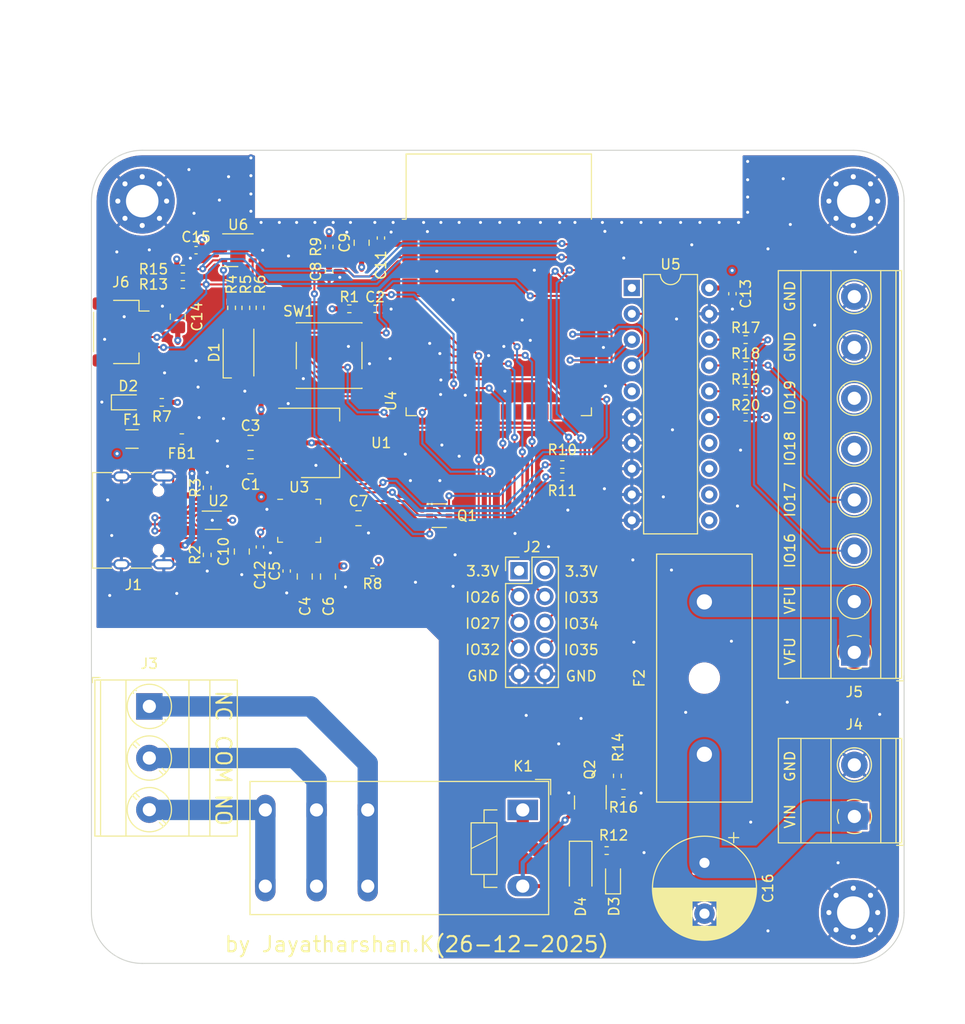
<source format=kicad_pcb>
(kicad_pcb (version 20241229) (generator "pcbnew") (generator_version "9.0")
  (layers (0 "F.Cu" signal) (4 "In1.Cu" signal) (6 "In2.Cu" signal) (2 "B.Cu" signal) (13 "F.Paste" user) (15 "B.Paste" user) (5 "F.SilkS" user "F.Silkscreen") (7 "B.SilkS" user "B.Silkscreen") (1 "F.Mask" user) (3 "B.Mask" user) (25 "Edge.Cuts" user))
  (net 0 "")
  (net 1 "+5V")
  (net 2 "GND")
  (net 3 "/SW")
  (net 4 "+3.3V")
  (net 5 "Net-(U3-VPP)")
  (net 6 "/EN")
  (net 7 "+3.3VA")
  (net 8 "Net-(J4-Pin_1)")
  (net 9 "Net-(D1-RK)")
  (net 10 "Net-(D1-GK)")
  (net 11 "Net-(D1-BK)")
  (net 12 "Net-(D2-A)")
  (net 13 "Net-(D3-K)")
  (net 14 "Net-(D3-A)")
  (net 15 "Net-(F1-Pad1)")
  (net 16 "Net-(J5-Pin_1)")
  (net 17 "+5VP")
  (net 18 "Net-(J1-CC1)")
  (net 19 "Net-(J1-D+-PadA6)")
  (net 20 "Net-(J1-D--PadA7)")
  (net 22 "Net-(J1-CC2)")
  (net 24 "/GPIO26")
  (net 25 "/GPIO33")
  (net 26 "/GPIO27")
  (net 27 "/GPIO34")
  (net 28 "/GPIO32")
  (net 29 "/GPIO35")
  (net 30 "Net-(J3-Pin_1)")
  (net 31 "Net-(J3-Pin_2)")
  (net 32 "Net-(J3-Pin_3)")
  (net 33 "Net-(J5-Pin_3)")
  (net 34 "Net-(J5-Pin_4)")
  (net 35 "Net-(J5-Pin_5)")
  (net 36 "Net-(J5-Pin_6)")
  (net 37 "/SDA")
  (net 38 "/SCL")
  (net 39 "/DTR")
  (net 40 "/RTS")
  (net 41 "/IO0")
  (net 42 "Net-(Q2-B)")
  (net 43 "/LED_R")
  (net 44 "/LED_G")
  (net 45 "/LED_B")
  (net 46 "Net-(U3-~{RST})")
  (net 47 "Net-(U3-TXD)")
  (net 48 "/RX")
  (net 49 "Net-(U3-RXD)")
  (net 50 "/TX")
  (net 51 "/RELAY")
  (net 52 "Net-(U5-B0)")
  (net 53 "Net-(U5-B1)")
  (net 54 "Net-(U5-B2)")
  (net 55 "Net-(U5-B3)")
  (net 56 "Net-(U3-D+)")
  (net 57 "Net-(U3-D-)")
  (net 80 "/LEDSTR1")
  (net 81 "/LEDSTR2")
  (net 83 "/LEDSTR3")
  (net 84 "/LEDSTR4")
  (footprint "Package_DFN_QFN:DFN-6-1EP_3x3mm_P1mm_EP1.5x2.4mm" (layer "F.Cu") (at 98.419 78.832 180)
    (property "Reference" "U6")
    (property "Value" "Si7021-A20")
  )
  (footprint "Resistor_SMD:R_0402_1005Metric_Pad0.72x0.64mm_HandSolder" (layer "F.Cu") (at 99.2 84.5025 -90)
    (property "Reference" "R5")
    (property "Value" "1K")
  )
  (footprint "Connector_JST:JST_SH_SM04B-SRSS-TB_1x04-1MP_P1.00mm_Horizontal" (layer "F.Cu") (at 86.9 86.876 -90)
    (property "Reference" "J6")
    (property "Value" "Conn_01x04")
  )
  (footprint "Capacitor_SMD:C_0805_2012Metric_Pad1.18x1.45mm_HandSolder" (layer "F.Cu") (at 99.6655 97.79 180)
    (property "Reference" "C3")
    (property "Value" "22u")
  )
  (footprint "Resistor_SMD:R_0402_1005Metric_Pad0.72x0.64mm_HandSolder" (layer "F.Cu") (at 95.4 102.2075 90)
    (property "Reference" "R3")
    (property "Value" "5K1")
  )
  (footprint "Resistor_SMD:R_0402_1005Metric_Pad0.72x0.64mm_HandSolder" (layer "F.Cu") (at 130.3525 99.925)
    (property "Reference" "R10")
    (property "Value" "22R")
  )
  (footprint "Inductor_SMD:L_0603_1608Metric_Pad1.05x0.95mm_HandSolder" (layer "F.Cu") (at 92.9 97.41 180)
    (property "Reference" "FB1")
    (property "Value" "BLM21PG221")
  )
  (footprint "Resistor_SMD:R_0402_1005Metric_Pad0.72x0.64mm_HandSolder" (layer "F.Cu") (at 107.4 78.5 -90)
    (property "Reference" "R9")
    (property "Value" "10K")
  )
  (footprint "Capacitor_SMD:C_0402_1005Metric_Pad0.74x0.62mm_HandSolder" (layer "F.Cu") (at 103.222 110.3955 -90)
    (property "Reference" "C5")
    (property "Value" "100n")
  )
  (footprint "LED_SMD:LED_0603_1608Metric_Pad1.05x0.95mm_HandSolder" (layer "F.Cu") (at 87.625 93.8)
    (property "Reference" "D2")
    (property "Value" "GREEN")
  )
  (footprint "TerminalBlock_Phoenix:TerminalBlock_Phoenix_MKDS-1,5-2-5.08_1x02_P5.08mm_Horizontal" (layer "F.Cu") (at 159.105 134.545 90)
    (property "Reference" "J4")
    (property "Value" "Screw_Terminal_01x02")
  )
  (footprint "MountingHole:MountingHole_3.2mm_M3_Pad_Via" (layer "F.Cu") (at 159 144)
    (property "Reference" "H4" (hide yes))
    (property "Value" "Hole_Pad")
  )
  (footprint "Resistor_SMD:R_0402_1005Metric_Pad0.72x0.64mm_HandSolder" (layer "F.Cu") (at 97.8 84.5 -90)
    (property "Reference" "R4")
    (property "Value" "1K")
  )
  (footprint "00_morten_Library:FUSE_696105003002" (layer "F.Cu") (at 144.34 120.93 90)
    (property "Reference" "F2")
    (property "Value" "Fuse")
  )
  (footprint "Package_TO_SOT_SMD:SOT-223-3_TabPin2" (layer "F.Cu") (at 106.528 97.79)
    (property "Reference" "U1")
    (property "Value" "TLV1117LV-3.3")
  )
  (footprint "Connector_PinHeader_2.54mm:PinHeader_2x05_P2.54mm_Vertical" (layer "F.Cu") (at 126.1 110.36)
    (property "Reference" "J2")
    (property "Value" "Conn_02x05_Odd_Even")
  )
  (footprint "Resistor_SMD:R_0402_1005Metric_Pad0.72x0.64mm_HandSolder" (layer "F.Cu") (at 148.4025 90.17)
    (property "Reference" "R18")
    (property "Value" "22R")
  )
  (footprint "Capacitor_SMD:C_0402_1005Metric_Pad0.74x0.62mm_HandSolder" (layer "F.Cu") (at 147.1 83.1175 -90)
    (property "Reference" "C13")
    (property "Value" "100n")
  )
  (footprint "LED_SMD:LED_RGB_Wuerth-PLCC4_3.2x2.8mm_150141M173100" (layer "F.Cu") (at 98.48 88.9 90)
    (property "Reference" "D1")
    (property "Value" "LED_RGBA")
  )
  (footprint "Package_DFN_QFN:QFN-24-1EP_4x4mm_P0.5mm_EP2.6x2.6mm" (layer "F.Cu") (at 104.45 105.45)
    (property "Reference" "U3")
    (property "Value" "CP2104")
  )
  (footprint "Capacitor_SMD:C_0805_2012Metric_Pad1.18x1.45mm_HandSolder" (layer "F.Cu") (at 105 110.9375 -90)
    (property "Reference" "C4")
    (property "Value" "22u")
  )
  (footprint "MountingHole:MountingHole_3.2mm_M3_Pad_Via" (layer "F.Cu") (at 89 74)
    (property "Reference" "H1" (hide yes))
    (property "Value" "Hole_Pad")
  )
  (footprint "Capacitor_SMD:C_0402_1005Metric_Pad0.74x0.62mm_HandSolder" (layer "F.Cu") (at 107.4 80.9325 -90)
    (property "Reference" "C8")
    (property "Value" "100n")
  )
  (footprint "Capacitor_SMD:C_0805_2012Metric_Pad1.18x1.45mm_HandSolder" (layer "F.Cu") (at 110.6 78.1 90)
    (property "Reference" "C9")
    (property "Value" "22u")
  )
  (footprint "Button_Switch_SMD:SW_Push_1P1T_NO_6x6mm_H9.5mm" (layer "F.Cu") (at 107.4 89.2 180)
    (property "Reference" "SW1")
    (property "Value" "SW_SPST")
  )
  (footprint "Resistor_SMD:R_0402_1005Metric_Pad0.72x0.64mm_HandSolder" (layer "F.Cu") (at 111.6705 110.49 180)
    (property "Reference" "R8")
    (property "Value" "10K")
  )
  (footprint "Relay_THT:Relay_SPDT_Schrack-RT1-16A-FormC_RM5mm" (layer "F.Cu") (at 126.46 133.9 180)
    (property "Reference" "K1")
    (property "Value" "RT314A05")
  )
  (footprint "Capacitor_SMD:C_0402_1005Metric_Pad0.74x0.62mm_HandSolder" (layer "F.Cu") (at 100.584 108.031 -90)
    (property "Reference" "C12")
    (property "Value" "100n")
  )
  (footprint "Capacitor_SMD:C_0402_1005Metric_Pad0.74x0.62mm_HandSolder" (layer "F.Cu") (at 112.5 77.6325 90)
    (property "Reference" "C11")
    (property "Value" "100n")
  )
  (footprint "Capacitor_SMD:C_0805_2012Metric_Pad1.18x1.45mm_HandSolder" (layer "F.Cu") (at 98.806 108.4795 -90)
    (property "Reference" "C10")
    (property "Value" "22u")
  )
  (footprint "Package_TO_SOT_SMD:SOT-666" (layer "F.Cu") (at 96 105.4)
    (property "Reference" "U2")
    (property "Value" "USBLC6-2P6")
  )
  (footprint "Resistor_SMD:R_0402_1005Metric_Pad0.72x0.64mm_HandSolder" (layer "F.Cu") (at 148.4025 95.25)
    (property "Reference" "R20")
    (property "Value" "22R")
  )
  (footprint "Capacitor_SMD:C_0805_2012Metric_Pad1.18x1.45mm_HandSolder" (layer "F.Cu") (at 110.2875 105.2)
    (property "Reference" "C7")
    (property "Value" "4u7")
  )
  (footprint "Resistor_SMD:R_0402_1005Metric_Pad0.72x0.64mm_HandSolder" (layer "F.Cu") (at 130.3525 101.125)
    (property "Reference" "R11")
    (property "Value" "22R")
  )
  (footprint "Resistor_SMD:R_0402_1005Metric_Pad0.72x0.64mm_HandSolder" (layer "F.Cu") (at 136.3725 132.2525)
    (property "Reference" "R16")
    (property "Value" "10K")
  )
  (footprint "Capacitor_SMD:C_0402_1005Metric_Pad0.74x0.62mm_HandSolder" (layer "F.Cu") (at 94.3 78.83 180)
    (property "Reference" "C15")
    (property "Value" "100n")
  )
  (footprint "Capacitor_SMD:C_0402_1005Metric_Pad0.74x0.62mm_HandSolder" (layer "F.Cu") (at 111.9225 84.6)
    (property "Reference" "C2")
    (property "Value" "100n")
  )
  (footprint "MountingHole:MountingHole_3.2mm_M3_Pad_Via" (layer "F.Cu") (at 159 74)
    (property "Reference" "H2" (hide yes))
    (property "Value" "Hole_Pad")
  )
  (footprint "Capacitor_SMD:C_0805_2012Metric_Pad1.18x1.45mm_HandSolder" (layer "F.Cu") (at 107.286 110.9375 -90)
    (property "Reference" "C6")
    (property "Value" "4u7")
  )
  (footprint "Resistor_SMD:R_0402_1005Metric_Pad0.72x0.64mm_HandSolder" (layer "F.Cu") (at 148.4025 87.63)
    (property "Reference" "R17")
    (property "Value" "22R")
  )
  (footprint "Package_TO_SOT_SMD:SOT-23" (layer "F.Cu") (at 133.114 133.166 -90)
    (property "Reference" "Q2")
    (property "Value" "BC817")
  )
  (footprint "Diode_SMD:D_MiniMELF" (layer "F.Cu") (at 132.16 139.6425 -90)
    (property "Reference" "D4")
    (property "Value" "LL4148")
  )
  (footprint "Capacitor_SMD:C_0805_2012Metric_Pad1.18x1.45mm_HandSolder" (layer "F.Cu") (at 92.5 85.376 90)
    (property "Reference" "C14")
    (property "Value" "22u")
  )
  (footprint "TerminalBlock_Phoenix:TerminalBlock_Phoenix_MKDS-3-3-5.08_1x03_P5.08mm_Horizontal" (layer "F.Cu") (at 89.7 123.715 -90)
    (property "Reference" "J3")
    (property "Value" "Screw_Terminal_01x03")
  )
  (footprint "Resistor_SMD:R_0402_1005Metric_Pad0.72x0.64mm_HandSolder" (layer "F.Cu") (at 148.4025 92.71)
    (property "Reference" "R19")
    (property "Value" "22R")
  )
  (footprint "Resistor_SMD:R_0402_1005Metric_Pad0.72x0.64mm_HandSolder" (layer "F.Cu") (at 93 82.2)
    (property "Reference" "R13")
    (property "Value" "4K7")
  )
  (footprint "TerminalBlock_Phoenix:TerminalBlock_Phoenix_MKDS-1,5-8_1x08_P5.00mm_Horizontal" (layer "F.Cu") (at 159.1 118.4 90)
    (property "Reference" "J5")
    (property "Value" "Screw_Terminal_01x08")
  )
  (footprint "Resistor_SMD:R_0402_1005Metric_Pad0.72x0.64mm_HandSolder" (layer "F.Cu") (at 100.6 84.4975 -90)
    (property "Reference" "R6")
    (property "Value" "1K")
  )
  (footprint "Capacitor_SMD:C_0805_2012Metric_Pad1.18x1.45mm_HandSolder" (layer "F.Cu") (at 99.6655 100.09 180)
    (property "Reference" "C1")
    (property "Value" "22u")
  )
  (footprint "Package_TO_SOT_SMD:SOT-363_SC-70-6" (layer "F.Cu") (at 118.25 104.95)
    (property "Reference" "Q1")
    (property "Value" "UMH3N")
  )
  (footprint "Resistor_SMD:R_0402_1005Metric_Pad0.72x0.64mm_HandSolder" (layer "F.Cu") (at 134.7225 137.9)
    (property "Reference" "R12")
    (property "Value" "1K")
  )
  (footprint "RF_Module:ESP32-WROOM-32D" (layer "F.Cu") (at 124.1 85.23)
    (property "Reference" "U4")
    (property "Value" "ESP32-WROOM-32D")
  )
  (footprint "Resistor_SMD:R_0402_1005Metric_Pad0.72x0.64mm_HandSolder" (layer "F.Cu") (at 135.775 130.5525 -90)
    (property "Reference" "R14")
    (property "Value" "1K")
  )
  (footprint "Connector_USB:USB_C_Receptacle_HRO_TYPE-C-31-M-12" (layer "F.Cu") (at 88 105.41 -90)
    (property "Reference" "J1")
    (property "Value" "USB_C_Receptacle_USB2.0")
  )
  (footprint "LED_SMD:LED_0603_1608Metric_Pad1.05x0.95mm_HandSolder" (layer "F.Cu") (at 135.35 140.5 90)
    (property "Reference" "D3")
    (property "Value" "YELLOW")
  )
  (footprint "Resistor_SMD:R_0402_1005Metric_Pad0.72x0.64mm_HandSolder" (layer "F.Cu") (at 109.39 84.6)
    (property "Reference" "R1")
    (property "Value" "10K")
  )
  (footprint "Resistor_SMD:R_0402_1005Metric_Pad0.72x0.64mm_HandSolder" (layer "F.Cu") (at 95.4 108.81 -90)
    (property "Reference" "R2")
    (property "Value" "5K1")
  )
  (footprint "Capacitor_THT:CP_Radial_D10.0mm_P5.00mm" (layer "F.Cu") (at 144.35 139.107323 -90)
    (property "Reference" "C16")
    (property "Value" "1000u/25V")
  )
  (footprint "Resistor_SMD:R_0402_1005Metric_Pad0.72x0.64mm_HandSolder" (layer "F.Cu") (at 93 80.7)
    (property "Reference" "R15")
    (property "Value" "4K7")
  )
  (footprint "MountingHole:MountingHole_3.2mm_M3_DIN965" (layer "F.Cu") (at 89 144)
    (property "Reference" "H3" (hide yes))
    (property "Value" "Hole_Pad")
  )
  (footprint "Fuse:Fuse_1206_3216Metric_Pad1.42x1.75mm_HandSolder" (layer "F.Cu") (at 88 97.41 180)
    (property "Reference" "F1")
    (property "Value" "Polyfuse 1A")
  )
  (footprint "Package_DIP:DIP-20_W7.62mm" (layer "F.Cu") (at 137.2 82.55)
    (property "Reference" "U5")
    (property "Value" "74AHCT245")
  )
  (footprint "Resistor_SMD:R_0402_1005Metric_Pad0.72x0.64mm_HandSolder" (layer "F.Cu") (at 90.925 93.8 180)
    (property "Reference" "R7")
    (property "Value" "1K")
  )
  (gr_line (start 95.66 121.115) (end 98.35 121.115) (stroke (width 0.12)) (layer "F.SilkS"))
  (gr_line (start 98.36 136.475) (end 98.36 121.125) (stroke (width 0.12)) (layer "F.SilkS"))
  (gr_line (start 151.62 120.96) (end 151.62 80.84) (stroke (width 0.12)) (layer "F.SilkS"))
  (gr_line (start 151.62 80.84) (end 153.92 80.84) (stroke (width 0.12)) (layer "F.SilkS"))
  (gr_line (start 98.36 136.475) (end 95.66 136.475) (stroke (width 0.12)) (layer "F.SilkS"))
  (gr_line (start 153.875 120.96) (end 151.625 120.96) (stroke (width 0.12)) (layer "F.SilkS"))
  (gr_line (start 151.625 137.14) (end 151.625 126.86) (stroke (width 0.12)) (layer "F.SilkS"))
  (gr_line (start 153.875 126.86) (end 151.625 126.86) (stroke (width 0.12)) (layer "F.SilkS"))
  (gr_line (start 153.844 137.145) (end 151.63 137.145) (stroke (width 0.12)) (layer "F.SilkS"))
  (gr_line (start 84 74) (end 84 144) (stroke (width 0.1)) (layer "Edge.Cuts"))
  (gr_arc (start 164 144) (mid 162.535534 147.535534) (end 159 149) (stroke (width 0.1)) (layer "Edge.Cuts"))
  (gr_line (start 89 149) (end 159 149) (stroke (width 0.1)) (layer "Edge.Cuts"))
  (gr_line (start 164 144) (end 164 74) (stroke (width 0.1)) (layer "Edge.Cuts"))
  (gr_arc (start 159 69) (mid 162.535533 70.464466) (end 164 74) (stroke (width 0.1)) (layer "Edge.Cuts"))
  (gr_arc (start 89 149) (mid 85.464466 147.535534) (end 84 144) (stroke (width 0.1)) (layer "Edge.Cuts"))
  (gr_line (start 159 69) (end 89 69) (stroke (width 0.1)) (layer "Edge.Cuts"))
  (gr_arc (start 84 74) (mid 85.464466 70.464466) (end 89 69) (stroke (width 0.1)) (layer "Edge.Cuts"))
  (gr_text "IO18" (at 153.35 100.175 90) (layer "F.SilkS") (effects (font (size 1 1)) (justify left bottom)))
  (gr_text "GND" (at 130.595238 121.325 0) (layer "F.SilkS") (effects (font (size 1 1)) (justify left bottom)))
  (gr_text "3.3V" (at 130.5 111.025 0) (layer "F.SilkS") (effects (font (size 1 1)) (justify left bottom)))
  (gr_text "GND" (at 153.35 131.225 90) (layer "F.SilkS") (effects (font (size 1 1)) (justify left bottom)))
  (gr_text "IO19" (at 153.35 95.15 90) (layer "F.SilkS") (effects (font (size 1 1)) (justify left bottom)))
  (gr_text "VFU" (at 153.35 119.775 90) (layer "F.SilkS") (effects (font (size 1 1)) (justify left bottom)))
  (gr_text "NO" (at 96.1 132.2 270) (layer "F.SilkS") (effects (font (size 1.5 1.5) (thickness 0.2)) (justify left bottom)))
  (gr_text "GND" (at 120.890476 121.3 0) (layer "F.SilkS") (effects (font (size 1 1)) (justify left bottom)))
  (gr_text "COM" (at 96.1 126.4 270) (layer "F.SilkS") (effects (font (size 1.5 1.5) (thickness 0.2)) (justify left bottom)))
  (gr_text "IO26" (at 120.7 113.575 0) (layer "F.SilkS") (effects (font (size 1 1)) (justify left bottom)))
  (gr_text "IO35" (at 130.404762 118.75 0) (layer "F.SilkS") (effects (font (size 1 1)) (justify left bottom)))
  (gr_text "GND" (at 153.35 84.975 90) (layer "F.SilkS") (effects (font (size 1 1)) (justify left bottom)))
  (gr_text "GND" (at 153.35 89.975 90) (layer "F.SilkS") (effects (font (size 1 1)) (justify left bottom)))
  (gr_text "IO27\n" (at 120.7 116.15 0) (layer "F.SilkS") (effects (font (size 1 1)) (justify left bottom)))
  (gr_text "IO17" (at 153.35 105.2 90) (layer "F.SilkS") (effects (font (size 1 1)) (justify left bottom)))
  (gr_text "IO34" (at 130.404762 116.175 0) (layer "F.SilkS") (effects (font (size 1 1)) (justify left bottom)))
  (gr_text "IO33" (at 130.404762 113.6 0) (layer "F.SilkS") (effects (font (size 1 1)) (justify left bottom)))
  (gr_text "VFU" (at 153.35 114.75 90) (layer "F.SilkS") (effects (font (size 1 1)) (justify left bottom)))
  (gr_text "by Jayatharshan.K(26-12-2025)" (at 97 148 0) (layer "F.SilkS") (effects (font (size 1.5 1.5) (thickness 0.2)) (justify left bottom)))
  (gr_text "VIN" (at 153.35 135.825 90) (layer "F.SilkS") (effects (font (size 1 1)) (justify left bottom)))
  (gr_text "IO16" (at 153.35 110.2 90) (layer "F.SilkS") (effects (font (size 1 1)) (justify left bottom)))
  (gr_text "3.3V" (at 120.795238 111 0) (layer "F.SilkS") (effects (font (size 1 1)) (justify left bottom)))
  (gr_text "NC\n" (at 96.1 122 -90) (layer "F.SilkS") (effects (font (size 1.5 1.5) (thickness 0.2)) (justify left bottom)))
  (gr_text "IO32\n" (at 120.7 118.725 0) (layer "F.SilkS") (effects (font (size 1 1)) (justify left bottom)))
  (segment (start 132.16 137.8925) (end 127.8175 137.8925) (width 1.2) (layer "F.Cu") (net 1))
  (segment (start 132.16 137.8925) (end 134.1175 137.8925) (width 0.5) (layer "F.Cu") (net 1))
  (segment (start 147.1 82.55) (end 144.82 82.55) (width 0.5) (layer "F.Cu") (net 1))
  (segment (start 107.286 109.9) (end 108.85 109.9) (width 0.7) (layer "F.Cu") (net 1))
  (segment (start 96.925 105.4) (end 97.9 105.4) (width 0.3) (layer "F.Cu") (net 1))
  (segment (start 103.222 107.4095) (end 103.222 109.828) (width 0.3) (layer "F.Cu") (net 1))
  (segment (start 86.5125 98.8375) (end 86.525 98.85) (width 1.2) (layer "F.Cu") (net 1))
  (segment (start 100.703 103.078) (end 100.725 103.1) (width 1.2) (layer "F.Cu") (net 1))
  (segment (start 100.703 100.09) (end 100.703 103.078) (width 1.2) (layer "F.Cu") (net 1))
  (segment (start 107.286 109.9) (end 105 109.9) (width 0.7) (layer "F.Cu") (net 1))
  (segment (start 127.8175 137.8925) (end 126.46 136.535) (width 1.2) (layer "F.Cu") (net 1))
  (segment (start 147.1 80.85) (end 147.075 80.825) (width 1.2) (layer "F.Cu") (net 1))
  (segment (start 103.222 109.828) (end 104.928 109.828) (width 0.4) (layer "F.Cu") (net 1))
  (segment (start 86.5125 97.41) (end 86.5125 98.8375) (width 1.2) (layer "F.Cu") (net 1))
  (segment (start 103.7 107.3875) (end 103.2 107.3875) (width 0.3) (layer "F.Cu") (net 1))
  (segment (start 126.46 136.535) (end 126.46 133.9) (width 1.2) (layer "F.Cu") (net 1))
  (segment (start 100.703 100.09) (end 103.378 100.09) (width 1.2) (layer "F.Cu") (net 1))
  (segment (start 147.1 82.55) (end 147.1 80.85) (width 0.5) (layer "F.Cu") (net 1))
  (via (at 100.725 103.1) (size 0.7) (drill 0.3) (layers "F.Cu" "B.Cu") (net 1))
  (via (at 86.525 98.85) (size 0.7) (drill 0.3) (layers "F.Cu" "B.Cu") (net 1))
  (via (at 108.85 109.9) (size 0.7) (drill 0.3) (layers "F.Cu" "B.Cu") (net 1))
  (via (at 97.9 105.4) (size 0.7) (drill 0.3) (layers "F.Cu" "B.Cu") (net 1))
  (via (at 147.075 80.825) (size 0.7) (drill 0.3) (layers "F.Cu" "B.Cu") (net 1))
  (segment (start 86.75 93.8) (end 85.05 93.8) (width 0.2) (layer "F.Cu") (net 2))
  (segment (start 95.075 105.4) (end 95.9 105.4) (width 0.2) (layer "F.Cu") (net 2))
  (segment (start 134.55 76.975) (end 134.545 76.98) (width 0.2) (layer "F.Cu") (net 2))
  (segment (start 103.222 110.963) (end 103.222 112.278) (width 0.2) (layer "F.Cu") (net 2))
  (segment (start 92.045 101.09) (end 91.13 101.09) (width 0.2) (layer "F.Cu") (net 2))
  (segment (start 111.325 106.6) (end 111.275 106.65) (width 0.2) (layer "F.Cu") (net 2))
  (segment (start 92.5 84.3385) (end 90.9885 84.3385) (width 0.2) (layer "F.Cu") (net 2))
  (segment (start 138.093 132.2525) (end 138.106 132.2395) (width 0.2) (layer "F.Cu") (net 2))
  (segment (start 99.869 78.832) (end 98.419 78.832) (width 0.4) (layer "F.Cu") (net 2))
  (segment (start 132.85 76.98) (end 134.545 76.98) (width 0.2) (layer "F.Cu") (net 2))
  (segment (start 113.475 84.6) (end 113.5 84.625) (width 0.2) (layer "F.Cu") (net 2))
  (segment (start 103.7 104.7) (end 104.45 105.45) (width 0.2) (layer "F.Cu") (net 2))
  (segment (start 103.222 112.282) (end 103.222 112.5495) (width 0.2) (layer "F.Cu") (net 2))
  (segment (start 95.4 109.4075) (end 95.4 110.4) (width 0.2) (layer "F.Cu") (net 2))
  (segment (start 98.628 100.09) (end 98.628 97.79) (width 0.2) (layer "F.Cu") (net 2))
  (segment (start 108.995 111.975) (end 109.01 111.96) (width 0.2) (layer "F.Cu") (net 2))
  (segment (start 107.4 81.5) (end 108.45 81.5) (width 0.2) (layer "F.Cu") (net 2))
  (segment (start 93.7325 78.83) (end 93.7325 79.6125) (width 0.2) (layer "F.Cu") (net 2))
  (segment (start 97.4 100.09) (end 98.628 100.09) (width 0.2) (layer "F.Cu") (net 2))
  (segment (start 110.6 77.0625) (end 109.1375 77.0625) (width 0.2) (layer "F.Cu") (net 2))
  (segment (start 98.806 110.744) (end 98.8 110.75) (width 0.2) (layer "F.Cu") (net 2))
  (segment (start 92.045 108.66) (end 92.045 109.73) (width 0.2) (layer "F.Cu") (net 2))
  (segment (start 103.22 112.28) (end 103.222 112.282) (width 0.2) (layer "F.Cu") (net 2))
  (segment (start 118.39 94.74) (end 118.39 93.04) (width 0.2) (layer "F.Cu") (net 2))
  (segment (start 100.584 108.5985) (end 101.6085 108.5985) (width 0.2) (layer "F.Cu") (net 2))
  (segment (start 101.65 104.7) (end 101.275 104.325) (width 0.2) (layer "F.Cu") (net 2))
  (segment (start 103.425 91.45) (end 104.84 91.45) (width 0.2) (layer "F.Cu") (net 2))
  (segment (start 88.9 85.376) (end 87.226 85.376) (width 0.2) (layer "F.Cu") (net 2))
  (segment (start 111.325 105.2) (end 111.325 106.6) (width 0.2) (layer "F.Cu") (net 2))
  (segment (start 107.286 111.975) (end 108.995 111.975) (width 0.2) (layer "F.Cu") (net 2))
  (segment (start 132.164 132.2285) (end 131.0035 132.2285) (width 0.2) (layer "F.Cu") (net 2))
  (segment (start 105 111.975) (end 107.286 111.975) (width 0.2) (layer "F.Cu") (net 2))
  (segment (start 109.1 77.1) (end 109.1375 77.0625) (width 0.2) (layer "F.Cu") (net 2))
  (segment (start 113.465 77.065) (end 113.5 77.1) (width 0.2) (layer "F.Cu") (net 2))
  (segment (start 131.0035 132.2285) (end 131 132.225) (width 0.2) (layer "F.Cu") (net 2))
  (segment (start 92.045 109.73) (end 91.13 109.73) (width 0.2) (layer "F.Cu") (net 2))
  (segment (start 118.39 93.04) (end 118.375 93.025) (width 0.2) (layer "F.Cu") (net 2))
  (segment (start 117.055 76.98) (end 117.075 77) (width 0.2) (layer "F.Cu") (net 2))
  (segment (start 112.5 77.065) (end 113.465 77.065) (width 0.2) (layer "F.Cu") (net 2))
  (segment (start 92.045 102.16) (end 92.045 101.09) (width 0.2) (layer "F.Cu") (net 2))
  (segment (start 85.05 93.8) (end 85.025 93.775) (width 0.2) (layer "F.Cu") (net 2))
  (segment (start 112.49 84.6) (end 113.475 84.6) (width 0.2) (layer "F.Cu") (net 2))
  (segment (start 103.378 95.49) (end 103.378 93.928) (width 0.2) (layer "F.Cu") (net 2))
  (segment (start 98.806 109.517) (end 98.806 110.744) (width 0.2) (layer "F.Cu") (net 2))
  (segment (start 115.35 76.98) (end 117.055 76.98) (width 0.2) (layer "F.Cu") (net 2))
  (segment (start 102.5125 104.7) (end 103.7 104.7) (width 0.2) (layer "F.Cu") (net 2))
  (segment (start 93.7325 79.6125) (end 93.74 79.62) (width 0.2) (layer "F.Cu") (net 2))
  (segment (start 103.222 112.278) (end 103.22 112.28) (width 0.2) (layer "F.Cu") (net 2))
  (segment (start 101.6085 108.5985) (end 101.62 108.61) (width 0.2) (layer "F.Cu") (net 2))
  (segment (start 95.4 101.61) (end 95.4 100.7) (width 0.2) (layer "F.Cu") (net 2))
  (segment (start 102.5125 104.7) (end 101.65 104.7) (width 0.2) (layer "F.Cu") (net 2))
  (segment (start 136.97 132.2525) (end 138.093 132.2525) (width 0.2) (layer "F.Cu") (net 2))
  (segment (start 147.1 83.685) (end 147.1 84.625) (width 0.2) (layer "F.Cu") (net 2))
  (segment (start 111.375 91.45) (end 111.375 90) (width 0.2) (layer "F.Cu") (net 2))
  (segment (start 104.84 91.45) (end 104.86 91.47) (width 0.2) (layer "F.Cu") (net 2))
  (segment (start 87.226 85.376) (end 87.225 85.375) (width 0.2) (layer "F.Cu") (net 2))
  (segment (start 103.378 93.928) (end 103.37 93.92) (width 0.2) (layer "F.Cu") (net 2))
  (segment (start 100.8595 78.832) (end 99.869 78.832) (width 0.4) (layer "F.Cu") (net 2))
  (segment (start 90.975 84.325) (end 90.9885 84.3385) (width 0.2) (layer "F.Cu") (net 2))
  (via (at 120.2 76.1) (size 0.7) (drill 0.3) (layers "F.Cu" "B.Cu") (net 2))
  (via (at 115.9 111.5) (size 0.7) (drill 0.3) (layers "F.Cu" "B.Cu") (net 2))
  (via (at 118.5 98) (size 0.7) (drill 0.3) (layers "F.Cu" "B.Cu") (net 2))
  (via (at 118.4 76.1) (size 0.7) (drill 0.3) (layers "F.Cu" "B.Cu") (net 2))
  (via (at 142 76.1) (size 0.7) (drill 0.3) (layers "F.Cu" "B.Cu") (net 2))
  (via (at 117.3 88) (size 0.7) (drill 0.3) (layers "F.Cu" "B.Cu") (net 2))
  (via (at 127.2 87.7) (size 0.7) (drill 0.3) (layers "F.Cu" "B.Cu") (net 2))
  (via (at 109.1375 77.0625) (size 0.7) (drill 0.3) (layers "F.Cu" "B.Cu") (net 2))
  (via (at 128.2 76.1) (size 0.7) (drill 0.3) (layers "F.Cu" "B.Cu") (net 2))
  (via (at 143.1 78.3) (size 0.7) (drill 0.3) (layers "F.Cu" "B.Cu") (net 2))
  (via (at 99.7 75) (size 0.7) (drill 0.3) (layers "F.Cu" "B.Cu") (net 2))
  (via (at 130 127.4) (size 0.7) (drill 0.3) (layers "F.Cu" "B.Cu") (net 2))
  (via (at 132.2 124.9) (size 0.7) (drill 0.3) (layers "F.Cu" "B.Cu") (net 2))
  (via (at 120.8 93.1) (size 0.7) (drill 0.3) (layers "F.Cu" "B.Cu") (net 2))
  (via (at 113.7 76.1) (size 0.7) (drill 0.3) (layers "F.Cu" "B.Cu") (net 2))
  (via (at 94.1 75.2) (size 0.7) (drill 0.3) (layers "F.Cu" "B.Cu") (net 2))
  (via (at 115.4 101.5) (size 0.7) (drill 0.3) (layers "F.Cu" "B.Cu") (net 2))
  (via (at 100.8595 78.832) (size 0.7) (drill 0.3) (layers "F.Cu" "B.Cu") (net 2))
  (via (at 137.4 117.4) (size 0.7) (drill 0.3) (layers "F.Cu" "B.Cu") (net 2))
  (via (at 124.2 76.1) (size 0.7) (drill 0.3) (layers "F.Cu" "B.Cu") (net 2))
  (via (at 118 80.9) (size 0.7) (drill 0.3) (layers "F.Cu" "B.Cu") (net 2))
  (via (at 150.6 145.8) (size 0.7) (drill 0.3) (layers "F.Cu" "B.Cu") (net 2))
  (via (at 138.106 132.2395) (size 0.7) (drill 0.3) (layers "F.Cu" "B.Cu") (net 2))
  (via (at 141.2 96.5) (size 0.7) (drill 0.3) (layers "F.Cu" "B.Cu") (net 2))
  (via (at 118.4 91.6) (size 0.7) (drill 0.3) (layers "F.Cu" "B.Cu") (net 2))
  (via (at 130.1 76.1) (size 0.7) (drill 0.3) (layers "F.Cu" "B.Cu") (net 2))
  (via (at 85.3 87.6) (size 0.7) (drill 0.3) (layers "F.Cu" "B.Cu") (net 2))
  (via (at 123.1 89.2) (size 0.7) (drill 0.3) (layers "F.Cu" "B.Cu") (net 2))
  (via (at 148.9 135.1) (size 0.7) (drill 0.3) (layers "F.Cu" "B.Cu") (net 2))
  (via (at 150.6 78.7) (size 0.7) (drill 0.3) (layers "F.Cu" "B.Cu") (net 2))
  (via (at 106.1 100) (size 0.7) (drill 0.3) (layers "F.Cu" "B.Cu") (net 2))
  (via (at 142.5 124.3) (size 0.7) (drill 0.3) (layers "F.Cu" "B.Cu") (net 2))
  (via (at 136.2 76.1) (size 0.7) (drill 0.3) (layers "F.Cu" "B.Cu") (net 2))
  (via (at 131 132.225) (size 0.7) (drill 0.3) (layers "F.Cu" "B.Cu") (net 2))
  (via (at 125.7 106.7) (size 0.7) (drill 0.3) (layers "F.Cu" "B.Cu") (net 2))
  (via (at 94.6 95.3) (size 0.7) (drill 0.3) (layers "F.Cu" "B.Cu") (net 2))
  (via (at 111.9 76.1) (size 0.7) (drill 0.3) (layers "F.Cu" "B.Cu") (net 2))
  (via (at 109.3 88.3) (size 0.7) (drill 0.3) (layers "F.Cu" "B.Cu") (net 2))
  (via (at 85.8 112.8) (size 0.7) (drill 0.3) (layers "F.Cu" "B.Cu") (net 2))
  (via (at 141.6 85.6) (size 0.7) (drill 0.3) (layers "F.Cu" "B.Cu") (net 2))
  (via (at 147 117.3) (size 0.7) (drill 0.3) (layers "F.Cu" "B.Cu") (net 2))
  (via (at 120.2 99.1) (size 0.7) (drill 0.3) (layers "F.Cu" "B.Cu") (net 2))
  (via (at 152.8 76.3) (size 0.7) (drill 0.3) (layers "F.Cu" "B.Cu") (net 2))
  (via (at 106 76.1) (size 0.7) (drill 0.3) (layers "F.Cu" "B.Cu") (net 2))
  (via (at 140 76.1) (size 0.7) (drill 0.3) (layers "F.Cu" "B.Cu") (net 2))
  (via (at 91.2 90.9) (size 0.7) (drill 0.3) (layers "F.Cu" "B.Cu") (net 2))
  (via (at 147.1 84.625) (size 0.7) (drill 0.3) (layers "F.Cu" "B.Cu") (net 2))
  (via (at 143.9 76.1) (size 0.7) (drill 0.3) (layers "F.Cu" "B.Cu") (net 2))
  (via (at 137.3 109.3) (size 0.7) (drill 0.3) (layers "F.Cu" "B.Cu") (net 2))
  (via (at 129 108) (size 0.7) (drill 0.3) (layers "F.Cu" "B.Cu") (net 2))
  (via (at 107.8 76.1) (size 0.7) (drill 0.3) (layers "F.Cu" "B.Cu") (net 2))
  (via (at 157.5 139.1) (size 0.7) (drill 0.3) (layers "F.Cu" "B.Cu") (net 2))
  (via (at 134.5 102.3) (size 0.7) (drill 0.3) (layers "F.Cu" "B.Cu") (net 2))
  (via (at 102.5 76.1) (size 0.7) (drill 0.3) (layers "F.Cu" "B.Cu") (net 2))
  (via (at 130.9 104.4) (size 0.7) (drill 0.3) (layers "F.Cu" "B.Cu") (net 2))
  (via (at 100.7 76.1) (size 0.7) (drill 0.3) (layers "F.Cu" "B.Cu") (net 2))
  (via (at 118.3 89) (size 0.7) (drill 0.3) (layers "F.Cu" "B.Cu") (net 2))
  (via (at 98.8 110.75) (size 0.7) (drill 0.3) (layers "F.Cu" "B.Cu") (net 2))
  (via (at 99.1 92.7) (size 0.7) (drill 0.3) (layers "F.Cu" "B.Cu") (net 2))
  (via (at 140.3 103.1) (size 0.7) (drill 0.3) (layers "F.Cu" "B.Cu") (net 2))
  (via (at 85.025 93.775) (size 0.7) (drill 0.3) (layers "F.Cu" "B.Cu") (net 2))
  (via (at 126.8 124.6) (size 0.7) (drill 0.3) (layers "F.Cu" "B.Cu") (net 2))
  (via (at 95.9 105.4) (size 0.7) (drill 0.3) (layers "F.Cu" "B.Cu") (net 2))
  (via (at 134.3 76.1) (size 0.7) (drill 0.3) (layers "F.Cu" "B.Cu") (net 2))
  (via (at 93.74 79.62) (size 0.7) (drill 0.3) (layers "F.Cu" "B.Cu") (net 2))
  (via (at 134.545 76.98) (size 0.7) (drill 0.3) (layers "F.Cu" "B.Cu") (net 2))
  (via (at 99.7 69.75) (size 0.7) (drill 0.3) (layers "F.Cu" "B.Cu") (net 2))
  (via (at 103.37 93.92) (size 0.7) (drill 0.3) (layers "F.Cu" "B.Cu") (net 2))
  (via (at 87.225 85.375) (size 0.7) (drill 0.3) (layers "F.Cu" "B.Cu") (net 2))
  (via (at 92.4 112.6) (size 0.7) (drill 0.3) (layers "F.Cu" "B.Cu") (net 2))
  (via (at 113.4 89.5) (size 0.7) (drill 0.3) (layers "F.Cu" "B.Cu") (net 2))
  (via (at 161.6 124.5) (size 0.7) (drill 0.3) (layers "F.Cu" "B.Cu") (net 2))
  (via (at 124.7 92.7) (size 0.7) (drill 0.3) (layers "F.Cu" "B.Cu") (net 2))
  (via (at 147.6 104) (size 0.7) (drill 0.3) (layers "F.Cu" "B.Cu") (net 2))
  (via (at 95.4 100.7) (size 0.7) (drill 0.3) (layers "F.Cu" "B.Cu") (net 2))
  (via (at 108.45 81.5) (size 0.7) (drill 0.3) (layers "F.Cu" "B.Cu") (net 2))
  (via (at 119.8 108.8) (size 0.7) (drill 0.3) (layers "F.Cu" "B.Cu") (net 2))
  (via (at 136.4 79.6) (size 0.7) (drill 0.3) (layers "F.Cu" "B.Cu") (net 2))
  (via (at 95.4 110.4) (size 0.7) (drill 0.3) (layers "F.Cu" "B.Cu") (net 2))
  (via (at 86.5 79) (size 0.7) (drill 0.3) (layers "F.Cu" "B.Cu") (net 2))
  (via (at 155.2 86.2) (size 0.7) (drill 0.3) (layers "F.Cu" "B.Cu") (net 2))
  (via (at 131.6 76.1) (size 0.7) (drill 0.3) (layers "F.Cu" "B.Cu") (net 2))
  (via (at 134.6 92.2) (size 0.7) (drill 0.3) (layers "F.Cu" "B.Cu") (net 2))
  (via (at 103.4 79.4) (size 0.7) (drill 0.3) (layers "F.Cu" "B.Cu") (net 2))
  (via (at 117.075 77) (size 0.7) (drill 0.3) (layers "F.Cu" "B.Cu") (net 2))
  (via (at 145.8 76.1) (size 0.7) (drill 0.3) (layers "F.Cu" "B.Cu") (net 2))
  (via (at 104.2 76.1) (size 0.7) (drill 0.3) (layers "F.Cu" "B.Cu") (net 2))
  (via (at 86 106.9) (size 0.7) (drill 0.3) (layers "F.Cu" "B.Cu") (net 2))
  (via (at 116.7 76.1) (size 0.7) (drill 0.3) (layers "F.Cu" "B.Cu") (net 2))
  (via (at 124.6 88.3) (size 0.7) (drill 0.3) (layers "F.Cu" "B.Cu") (net 2))
  (via (at 126.4 85.7) (size 0.7) (drill 0.3) (layers "F.Cu" "B.Cu") (net 2))
  (via (at 97 95.4) (size 0.7) (drill 0.3) (layers "F.Cu" "B.Cu") (net 2))
  (via (at 97.5 71.6) (size 0.7) (drill 0.3) (layers "F.Cu" "B.Cu") (net 2))
  (via (at 152.1 71.8) (size 0.7) (drill 0.3) (layers "F.Cu" "B.Cu") (net 2))
  (via (at 94.3 89.7) (size 0.7) (drill 0.3) (layers "F.Cu" "B.Cu") (net 2))
  (via (at 122.3 76.1) (size 0.7) (drill 0.3) (layers "F.Cu" "B.Cu") (net 2))
  (via (at 119.6 83.7) (size 0.7) (drill 0.3) (layers "F.Cu" "B.Cu") (net 2))
  (via (at 94.5 92.3) (size 0.7) (drill 0.3) (layers "F.Cu" "B.Cu") (net 2))
  (via (at 126.1 76.1) (size 0.7) (drill 0.3) (layers "F.Cu" "B.Cu") (net 2))
  (via (at 147.7 76.1) (size 0.7) (drill 0.3) (layers "F.Cu" "B.Cu") (net 2))
  (via (at 101.62 108.61) (size 0.7) (drill 0.3) (layers "F.Cu" "B.Cu") (net 2))
  (via (at 134.4 88.4) (size 0.7) (drill 0.3) (layers "F.Cu" "B.Cu") (net 2))
  (via (at 141.1 110.3) (size 0.7) (drill 0.3) (layers "F.Cu" "B.Cu") (net 2))
  (via (at 96.4 97.6) (size 0.7) (drill 0.3) (layers "F.Cu" "B.Cu") (net 2))
  (via (at 85.6 103.4) (size 0.7) (drill 0.3) (layers "F.Cu" "B.Cu") (net 2))
  (via (at 111.375 90) (size 0.7) (drill 0.3) (layers "F.Cu" "B.Cu") (net 2))
  (via (at 99.7 73.3) (size 0.7) (drill 0.3) (layers "F.Cu" "B.Cu") (net 2))
  (via (at 148.6 73.6) (size 0.7) (drill 0.3) (layers "F.Cu" "B.Cu") (net 2))
  (via (at 93.6 70.9) (size 0.7) (drill 0.3) (layers "F.Cu" "B.Cu") (net 2))
  (via (at 113.5 77.05) (size 0.7) (drill 0.3) (layers "F.Cu" "B.Cu") (net 2))
  (via (at 114.9 98.9) (size 0.7) (drill 0.3) (layers "F.Cu" "B.Cu") (net 2))
  (via (at 90.9885 84.3385) (size 0.7) (drill 0.3) (layers "F.Cu" "B.Cu") (net 2))
  (via (at 89.7 78.8) (size 0.7) (drill 0.3) (layers "F.Cu" "B.Cu") (net 2))
  (via (at 118.375 93.025) (size 0.7) (drill 0.3) (layers "F.Cu" "B.Cu") (net 2))
  (via (at 101.275 104.325) (size 0.7) (drill 0.3) (layers "F.Cu" "B.Cu") (net 2))
  (via (at 147.9 98.5) (size 0.7) (drill 0.3) (layers "F.Cu" "B.Cu") (net 2))
  (via (at 109.01 111.96) (size 0.7) (drill 0.3) (layers "F.Cu" "B.Cu") (net 2))
  (via (at 148.6 71.9) (size 0.7) (drill 0.3) (layers "F.Cu" "B.Cu") (net 2))
  (via (at 96.6 73.9) (size 0.7) (drill 0.3) (layers "F.Cu" "B.Cu") (net 2))
  (via (at 118.3 101.5) (size 0.7) (drill 0.3) (layers "F.Cu" "B.Cu") (net 2))
  (via (at 138.1 76.1) (size 0.7) (drill 0.3) (layers "F.Cu" "B.Cu") (net 2))
  (via (at 152.5 123.3) (size 0.7) (drill 0.3) (layers "F.Cu" "B.Cu") (net 2))
  (via (at 113.5 84.625) (size 0.7) (drill 0.3) (layers "F.Cu" "B.Cu") (net 2))
  (via (at 148.6 75.1) (size 0.7) (drill 0.3) (layers "F.Cu" "B.Cu") (net 2))
  (via (at 138.4 138.1) (size 0.7) (drill 0.3) (layers "F.Cu" "B.Cu") (net 2))
  (via (at 99.7 71.5) (size 0.7) (drill 0.3) (layers "F.Cu" "B.Cu") (net 2))
  (via (at 159.2 79) (size 0.7) (drill 0.3) (layers "F.Cu" "B.Cu") (net 2))
  (via (at 97.4 100.09) (size 0.7) (drill 0.3) (layers "F.Cu" "B.Cu") (net 2))
  (via (at 148.6 70.1) (size 0.7) (drill 0.3) (layers "F.Cu" "B.Cu") (net 2))
  (via (at 127.6 80.8) (size 0.7) (drill 0.3) (layers "F.Cu" "B.Cu") (net 2))
  (via (at 104.86 91.47) (size 0.7) (drill 0.3) (layers "F.Cu" "B.Cu") (net 2))
  (via (at 111.275 106.65) (size 0.7) (drill 0.3) (layers "F.Cu" "B.Cu") (net 2))
  (via (at 103.222 112.5495) (size 0.7) (drill 0.3) (layers "F.Cu" "B.Cu") (net 2))
  (via (at 119.6 111.9) (size 0.7) (drill 0.3) (layers "F.Cu" "B.Cu") (net 2))
  (via (at 109.5 76.1) (size 0.7) (drill 0.3) (layers "F.Cu" "B.Cu") (net 2))
  (segment (start 111.355 84.6) (end 111.375 84.62) (width 0.2) (layer "F.Cu") (net 3))
  (segment (start 111.375 84.62) (end 111.375 86.95) (width 0.2) (layer "F.Cu") (net 3))
  (segment (start 111.375 86.95) (end 113 86.95) (width 0.2) (layer "F.Cu") (net 3))
  (segment (start 113 86.95) (end 113.025 86.975) (width 0.2) (layer "F.Cu") (net 3))
  (segment (start 109.9875 84.6) (end 111.355 84.6) (width 0.2) (layer "F.Cu") (net 3))
  (segment (start 127.205 83.33) (end 132.85 83.33) (width 0.2) (layer "F.Cu") (net 3))
  (segment (start 127.2 83.325) (end 127.205 83.33) (width 0.2) (layer "F.Cu") (net 3))
  (segment (start 103.425 86.95) (end 111.375 86.95) (width 0.2) (layer "F.Cu") (net 3))
  (via (at 113.025 86.975) (size 0.7) (drill 0.3) (layers "F.Cu" "B.Cu") (net 3))
  (via (at 127.2 83.325) (size 0.7) (drill 0.3) (layers "F.Cu" "B.Cu") (net 3))
  (segment (start 113.025 86.2) (end 113.025 86.975) (width 0.2) (layer "B.Cu") (net 3))
  (segment (start 112.35 85.525) (end 113.025 86.2) (width 0.2) (layer "B.Cu") (net 3))
  (segment (start 113.675 81.875) (end 112.35 83.2) (width 0.2) (layer "B.Cu") (net 3))
  (segment (start 112.35 83.2) (end 112.35 85.525) (width 0.2) (layer "B.Cu") (net 3))
  (segment (start 127.2 83.325) (end 125.75 81.875) (width 0.2) (layer "B.Cu") (net 3))
  (segment (start 125.75 81.875) (end 113.675 81.875) (width 0.2) (layer "B.Cu") (net 3))
  (segment (start 100.7 91) (end 100.7 94.5) (width 0.5) (layer "F.Cu") (net 4))
  (segment (start 109.678 97.79) (end 105.675 97.79) (width 0.5) (layer "F.Cu") (net 4))
  (segment (start 92.4625 86.376) (end 92.5 86.4135) (width 0.2) (layer "F.Cu") (net 4))
  (segment (start 92.4025 80.7) (end 92.4 79.7) (width 0.5) (layer "F.Cu") (net 4))
  (segment (start 100.7 94.5) (end 100.703 94.503) (width 0.2) (layer "F.Cu") (net 4))
  (segment (start 88.9 86.376) (end 92.4625 86.376) (width 0.5) (layer "F.Cu") (net 4))
  (segment (start 100.703 97.79) (end 103.378 97.79) (width 0.5) (layer "F.Cu") (net 4))
  (segment (start 94.8675 78.83) (end 94.9 77.8) (width 0.5) (layer "F.Cu") (net 4))
  (segment (start 110.6 79.1375) (end 110.6 80.7) (width 0.5) (layer "F.Cu") (net 4))
  (segment (start 99.18 90.45) (end 100.15 90.45) (width 0.5) (layer "F.Cu") (net 4))
  (segment (start 94.8675 78.83) (end 96.967 78.83) (width 0.5) (layer "F.Cu") (net 4))
  (segment (start 112.2625 79.1375) (end 112.5 78.9) (width 0.5) (layer "F.Cu") (net 4))
  (segment (start 112.5 78.9) (end 112.5 78.2) (width 0.5) (layer "F.Cu") (net 4))
  (segment (start 91.5225 93.8) (end 92.475 93.8) (width 0.5) (layer "F.Cu") (net 4))
  (segment (start 103.378 97.79) (end 105.675 97.79) (width 0.5) (layer "F.Cu") (net 4))
  (segment (start 92.5 86.4135) (end 92.5 87.9) (width 0.5) (layer "F.Cu") (net 4))
  (segment (start 112.5 78.2) (end 112.55 78.25) (width 0.2) (layer "F.Cu") (net 4))
  (segment (start 110.6 79.1375) (end 112.2625 79.1375) (width 0.5) (layer "F.Cu") (net 4))
  (segment (start 96.967 78.83) (end 96.969 78.832) (width 0.2) (layer "F.Cu") (net 4))
  (segment (start 100.703 97.79) (end 100.703 94.503) (width 0.5) (layer "F.Cu") (net 4))
  (segment (start 100.15 90.45) (end 100.7 91) (width 0.5) (layer "F.Cu") (net 4))
  (segment (start 108.7925 84.6) (end 107.7 84.6) (width 0.5) (layer "F.Cu") (net 4))
  (segment (start 112.55 78.25) (end 115.35 78.25) (width 0.5) (layer "F.Cu") (net 4))
  (segment (start 107.4 77.9025) (end 107.4 77) (width 0.5) (layer "F.Cu") (net 4))
  (segment (start 92.4025 82.2) (end 92.4025 80.7) (width 0.5) (layer "F.Cu") (net 4))
  (via (at 105.675 97.79) (size 0.7) (drill 0.3) (layers "F.Cu" "B.Cu") (net 4))
  (via (at 110.6 80.5) (size 0.7) (drill 0.3) (layers "F.Cu" "B.Cu") (net 4))
  (via (at 92.475 93.8) (size 0.7) (drill 0.3) (layers "F.Cu" "B.Cu") (net 4))
  (via (at 92.5 87.7) (size 0.7) (drill 0.3) (layers "F.Cu" "B.Cu") (net 4))
  (via (at 107.4 77) (size 0.7) (drill 0.3) (layers "F.Cu" "B.Cu") (net 4))
  (via (at 100.703 94.503) (size 0.7) (drill 0.3) (layers "F.Cu" "B.Cu") (net 4))
  (via (at 92.4 79.7) (size 0.7) (drill 0.3) (layers "F.Cu" "B.Cu") (net 4))
  (via (at 94.9 77.8) (size 0.7) (drill 0.3) (layers "F.Cu" "B.Cu") (net 4))
  (via (at 107.7 84.6) (size 0.7) (drill 0.3) (layers "F.Cu" "B.Cu") (net 4))
  (segment (start 106.3875 105.2) (end 109.25 105.2) (width 0.3) (layer "F.Cu") (net 5))
  (segment (start 107.39 80.375) (end 106.4 80.375) (width 0.2) (layer "F.Cu") (net 6))
  (segment (start 107.4 80.365) (end 107.39 80.375) (width 0.2) (layer "F.Cu") (net 6))
  (segment (start 112.1 81.4) (end 109.8 81.4) (width 0.2) (layer "F.Cu") (net 6))
  (segment (start 113.98 79.52) (end 112.1 81.4) (width 0.2) (layer "F.Cu") (net 6))
  (segment (start 115.35 79.52) (end 113.98 79.52) (width 0.2) (layer "F.Cu") (net 6))
  (segment (start 117.3 105.6) (end 117.3 106.702) (width 0.2) (layer "F.Cu") (net 6))
  (segment (start 109.8 81.4) (end 108.765 80.365) (width 0.2) (layer "F.Cu") (net 6))
  (segment (start 108.765 80.365) (end 107.4 80.365) (width 0.2) (layer "F.Cu") (net 6))
  (segment (start 105.95 80.825) (end 105.95 83.125) (width 0.2) (layer "F.Cu") (net 6))
  (segment (start 107.4 80.365) (end 107.4 79.0975) (width 0.2) (layer "F.Cu") (net 6))
  (segment (start 117.3 106.702) (end 117.348 106.75) (width 0.2) (layer "F.Cu") (net 6))
  (segment (start 106.4 80.375) (end 105.95 80.825) (width 0.2) (layer "F.Cu") (net 6))
  (via (at 105.95 83.125) (size 0.7) (drill 0.3) (layers "F.Cu" "B.Cu") (net 6))
  (via (at 117.3 106.75) (size 0.7) (drill 0.3) (layers "F.Cu" "B.Cu") (net 6))
  (segment (start 115.65 106.75) (end 117.348 106.75) (width 0.2) (layer "B.Cu") (net 6))
  (segment (start 105.95 97.05) (end 105.95 83.125) (width 0.2) (layer "B.Cu") (net 6))
  (segment (start 115.65 106.75) (end 105.95 97.05) (width 0.2) (layer "B.Cu") (net 6))
  (segment (start 102.5125 106.7) (end 102.5125 106.2) (width 0.2) (layer "F.Cu") (net 7))
  (segment (start 112.268 110.49) (end 112.268 109.368) (width 0.2) (layer "F.Cu") (net 7))
  (segment (start 100.584 106.641) (end 100.65 106.575) (width 0.2) (layer "F.Cu") (net 7))
  (segment (start 112.268 109.368) (end 112.25 109.35) (width 0.2) (layer "F.Cu") (net 7))
  (segment (start 100.65 106.575) (end 101.025 106.2) (width 0.2) (layer "F.Cu") (net 7))
  (segment (start 98.806 107.442) (end 100.5625 107.442) (width 0.5) (layer "F.Cu") (net 7))
  (segment (start 100.584 107.4635) (end 100.584 106.641) (width 0.2) (layer "F.Cu") (net 7))
  (segment (start 100.5625 107.442) (end 100.584 107.4635) (width 0.2) (layer "F.Cu") (net 7))
  (segment (start 101.025 106.2) (end 102.5125 106.2) (width 0.2) (layer "F.Cu") (net 7))
  (via (at 112.25 109.35) (size 0.7) (drill 0.3) (layers "F.Cu" "B.Cu") (net 7))
  (via (at 100.65 106.575) (size 0.7) (drill 0.3) (layers "F.Cu" "B.Cu") (net 7))
  (segment (start 144.35 139.107323) (end 150.142677 139.107323) (width 3) (layer "B.Cu") (net 8))
  (segment (start 154.705 134.545) (end 159.105 134.545) (width 3) (layer "B.Cu") (net 8))
  (segment (start 144.34 128.43) (end 144.34 138.972323) (width 3) (layer "B.Cu") (net 8))
  (segment (start 150.142677 139.107323) (end 154.705 134.545) (width 3) (layer "B.Cu") (net 8))
  (segment (start 97.8 85.0975) (end 97.78 85.1175) (width 0.2) (layer "F.Cu") (net 9))
  (segment (start 97.78 85.1175) (end 97.78 87.35) (width 0.2) (layer "F.Cu") (net 9))
  (segment (start 99.18 85.12) (end 99.18 87.35) (width 0.2) (layer "F.Cu") (net 10))
  (segment (start 99.2 85.1) (end 99.18 85.12) (width 0.2) (layer "F.Cu") (net 10))
  (segment (start 100.6 88.5) (end 100.2 88.9) (width 0.2) (layer "F.Cu") (net 11))
  (segment (start 98.2 88.9) (end 97.78 89.32) (width 0.2) (layer "F.Cu") (net 11))
  (segment (start 100.6 85.095) (end 100.6 88.5) (width 0.2) (layer "F.Cu") (net 11))
  (segment (start 97.78 89.32) (end 97.78 90.45) (width 0.2) (layer "F.Cu") (net 11))
  (segment (start 100.2 88.9) (end 98.2 88.9) (width 0.2) (layer "F.Cu") (net 11))
  (segment (start 90.3275 93.8) (end 88.5 93.8) (width 0.2) (layer "F.Cu") (net 12))
  (segment (start 132.16 141.3925) (end 132.1525 141.4) (width 0.2) (layer "F.Cu") (net 13))
  (segment (start 131.425 134.1) (end 130.65 134.875) (width 0.4) (layer "F.Cu") (net 13))
  (segment (start 133.114 134.1035) (end 133.1105 134.1) (width 0.2) (layer "F.Cu") (net 13))
  (segment (start 135.3325 141.3925) (end 135.35 141.375) (width 0.2) (layer "F.Cu") (net 13))
  (segment (start 133.1105 134.1) (end 131.425 134.1) (width 0.4) (layer "F.Cu") (net 13))
  (segment (start 132.1525 141.4) (end 126.46 141.4) (width 0.4) (layer "F.Cu") (net 13))
  (segment (start 130.65 134.875) (end 130.625 134.9) (width 0.2) (layer "F.Cu") (net 13))
  (segment (start 132.16 141.3925) (end 135.3325 141.3925) (width 0.4) (layer "F.Cu") (net 13))
  (via (at 130.625 134.9) (size 0.7) (drill 0.3) (layers "F.Cu" "B.Cu") (net 13))
  (segment (start 130.625 134.9) (end 126.46 139.065) (width 0.4) (layer "B.Cu") (net 13))
  (segment (start 126.46 139.065) (end 126.46 141.4) (width 0.4) (layer "B.Cu") (net 13))
  (segment (start 135.3 139.56375) (end 135.3 137.93625) (width 0.2) (layer "F.Cu") (net 14))
  (segment (start 89.4875 97.41) (end 92.025 97.41) (width 1) (layer "F.Cu") (net 15))
  (segment (start 159.07 113.43) (end 159.1 113.4) (width 0.2) (layer "B.Cu") (net 16))
  (segment (start 144.34 113.43) (end 159.07 113.43) (width 3) (layer "B.Cu") (net 16))
  (segment (start 159.1 118.4) (end 159.1 113.4) (width 3) (layer "B.Cu") (net 16))
  (segment (start 93.9 100.8) (end 93.9 97.535) (width 0.6) (layer "F.Cu") (net 17))
  (segment (start 93.9 97.535) (end 93.775 97.41) (width 0.2) (layer "F.Cu") (net 17))
  (segment (start 92.045 102.96) (end 93.74 102.96) (width 0.6) (layer "F.Cu") (net 17))
  (segment (start 93.225 107.86) (end 92.045 107.86) (width 0.6) (layer "F.Cu") (net 17))
  (segment (start 93.9 102.8) (end 93.9 100.8) (width 0.6) (layer "F.Cu") (net 17))
  (segment (start 93.74 102.96) (end 93.9 102.8) (width 0.6) (layer "F.Cu") (net 17))
  (via (at 93.225 107.86) (size 0.7) (drill 0.3) (layers "F.Cu" "B.Cu") (net 17))
  (via (at 93.9 100.8) (size 0.7) (drill 0.3) (layers "F.Cu" "B.Cu") (net 17))
  (segment (start 93.9 100.85) (end 93.925 100.825) (width 0.6) (layer "B.Cu") (net 17))
  (segment (start 93.225 107.86) (end 93.9 107.185) (width 0.6) (layer "B.Cu") (net 17))
  (segment (start 93.9 107.185) (end 93.9 100.85) (width 0.6) (layer "B.Cu") (net 17))
  (segment (start 93.925 100.825) (end 93.9 100.8) (width 0.2) (layer "B.Cu") (net 17))
  (segment (start 95.4 103.4) (end 95.4 102.805) (width 0.2) (layer "F.Cu") (net 18))
  (segment (start 92.045 104.16) (end 93.44 104.16) (width 0.2) (layer "F.Cu") (net 18))
  (segment (start 95 103.8) (end 95.4 103.4) (width 0.2) (layer "F.Cu") (net 18))
  (segment (start 93.8 103.8) (end 95 103.8) (width 0.2) (layer "F.Cu") (net 18))
  (segment (start 93.44 104.16) (end 93.8 103.8) (width 0.2) (layer "F.Cu") (net 18))
  (segment (start 90.26 105.16) (end 90.25 105.15) (width 0.2) (layer "F.Cu") (net 19))
  (segment (start 94.3375 104.8625) (end 95.15 104.8625) (width 0.2) (layer "F.Cu") (net 19))
  (segment (start 90.25 106.4495) (end 90.7005 106.4495) (width 0.2) (layer "F.Cu") (net 19))
  (segment (start 92.045 105.16) (end 94.04 105.16) (width 0.2) (layer "F.Cu") (net 19))
  (segment (start 92.045 105.16) (end 90.26 105.16) (width 0.2) (layer "F.Cu") (net 19))
  (segment (start 94.04 105.16) (end 94.3375 104.8625) (width 0.2) (layer "F.Cu") (net 19))
  (segment (start 90.99 106.16) (end 92.045 106.16) (width 0.2) (layer "F.Cu") (net 19))
  (segment (start 90.7005 106.4495) (end 90.99 106.16) (width 0.2) (layer "F.Cu") (net 19))
  (via (at 90.25 106.4495) (size 0.7) (drill 0.3) (layers "F.Cu" "B.Cu") (net 19))
  (via (at 90.25 105.15) (size 0.7) (drill 0.3) (layers "F.Cu" "B.Cu") (net 19))
  (segment (start 90.25 105.15) (end 90.25 106.4495) (width 0.2) (layer "B.Cu") (net 19))
  (segment (start 89.980761 105.8) (end 90.519239 105.8) (width 0.2) (layer "F.Cu") (net 20))
  (segment (start 94.3375 105.9375) (end 95.15 105.9375) (width 0.2) (layer "F.Cu") (net 20))
  (segment (start 94.06 105.66) (end 94.3375 105.9375) (width 0.2) (layer "F.Cu") (net 20))
  (segment (start 90.785 104.66) (end 90.625 104.5) (width 0.2) (layer "F.Cu") (net 20))
  (segment (start 92.045 104.66) (end 90.785 104.66) (width 0.2) (layer "F.Cu") (net 20))
  (segment (start 92.045 105.66) (end 94.06 105.66) (width 0.2) (layer "F.Cu") (net 20))
  (segment (start 90.519239 105.8) (end 90.659239 105.66) (width 0.2) (layer "F.Cu") (net 20))
  (segment (start 89.6 105.419239) (end 89.980761 105.8) (width 0.2) (layer "F.Cu") (net 20))
  (segment (start 89.6 104.880761) (end 89.6 105.419239) (width 0.2) (layer "F.Cu") (net 20))
  (segment (start 90.625 104.5) (end 89.980761 104.5) (width 0.2) (layer "F.Cu") (net 20))
  (segment (start 90.659239 105.66) (end 92.045 105.66) (width 0.2) (layer "F.Cu") (net 20))
  (segment (start 89.980761 104.5) (end 89.6 104.880761) (width 0.2) (layer "F.Cu") (net 20))
  (segment (start 95.085 107.16) (end 95.4 107.475) (width 0.2) (layer "F.Cu") (net 22))
  (segment (start 92.045 107.16) (end 95.085 107.16) (width 0.2) (layer "F.Cu") (net 22))
  (segment (start 95.4 107.475) (end 95.4 108.2125) (width 0.2) (layer "F.Cu") (net 22))
  (segment (start 124.5 97.825) (end 124.5 111.3) (width 0.2) (layer "F.Cu") (net 24))
  (segment (start 119.7 90.65) (end 117.7 90.65) (width 0.2) (layer "F.Cu") (net 24))
  (segment (start 117.7 90.65) (end 116.73 89.68) (width 0.2) (layer "F.Cu") (net 24))
  (segment (start 121.45 92.4) (end 119.7 90.65) (width 0.2) (layer "F.Cu") (net 24))
  (segment (start 124.5 111.3) (end 126.1 112.9) (width 0.2) (layer "F.Cu") (net 24))
  (segment (start 116.73 89.68) (end 115.35 89.68) (width 0.2) (layer "F.Cu") (net 24))
  (segment (start 123.15 92.4) (end 121.45 92.4) (width 0.2) (layer "F.Cu") (net 24))
  (via (at 124.5 97.825) (size 0.7) (drill 0.3) (layers "F.Cu" "B.Cu") (net 24))
  (via (at 123.15 92.4) (size 0.7) (drill 0.3) (layers "F.Cu" "B.Cu") (net 24))
  (segment (start 123.15 92.45) (end 124.5 93.8) (width 0.2) (layer "B.Cu") (net 24))
  (segment (start 123.15 92.4) (end 123.15 92.45) (width 0.2) (layer "B.Cu") (net 24))
  (segment (start 124.5 93.8) (end 124.5 97.825) (width 0.2) (layer "B.Cu") (net 24))
  (segment (start 128.64 112.9) (end 127.4 111.66) (width 0.2) (layer "F.Cu") (net 25))
  (segment (start 121.65 90) (end 125.05 90) (width 0.2) (layer "F.Cu") (net 25))
  (segment (start 120.925 89.275) (end 121.65 90) (width 0.2) (layer "F.Cu") (net 25))
  (segment (start 119.575 89.275) (end 120.925 89.275) (width 0.2) (layer "F.Cu") (net 25))
  (segment (start 127.4 106.175) (end 125.65 104.425) (width 0.2) (layer "F.Cu") (net 25))
  (segment (start 127.4 111.66) (end 127.4 106.175) (width 0.2) (layer "F.Cu") (net 25))
  (segment (start 125.65 104.425) (end 125.65 97.25) (width 0.2) (layer "F.Cu") (net 25))
  (segment (start 117.44 87.14) (end 119.575 89.275) (width 0.2) (layer "F.Cu") (net 25))
  (segment (start 115.35 87.14) (end 117.44 87.14) (width 0.2) (layer "F.Cu") (net 25))
  (via (at 125.65 97.25) (size 0.7) (drill 0.3) (layers "F.Cu" "B.Cu") (net 25))
  (via (at 125.05 90) (size 0.7) (drill 0.3) (layers "F.Cu" "B.Cu") (net 25))
  (segment (start 125.65 90.675) (end 125.2 90.225) (width 0.2) (layer "B.Cu") (net 25))
  (segment (start 125.65 97.25) (end 125.65 90.675) (width 0.2) (layer "B.Cu") (net 25))
  (segment (start 123.225 112.565) (end 123.225 100.625) (width 0.2) (layer "F.Cu") (net 26))
  (segment (start 116.575 90.95) (end 115.35 90.95) (width 0.2) (layer "F.Cu") (net 26))
  (segment (start 117.275 94.1) (end 117.275 91.65) (width 0.2) (layer "F.Cu") (net 26))
  (segment (start 116.575 94.8) (end 117.275 94.1) (width 0.2) (layer "F.Cu") (net 26))
  (segment (start 117.275 91.65) (end 116.575 90.95) (width 0.2) (layer "F.Cu") (net 26))
  (segment (start 126.1 115.44) (end 123.225 112.565) (width 0.2) (layer "F.Cu") (net 26))
  (via (at 116.575 94.8) (size 0.7) (drill 0.3) (layers "F.Cu" "B.Cu") (net 26))
  (via (at 123.225 100.625) (size 0.7) (drill 0.3) (layers "F.Cu" "B.Cu") (net 26))
  (segment (start 119.35 100.625) (end 123.225 100.625) (width 0.2) (layer "B.Cu") (net 26))
  (segment (start 116.575 94.8) (end 116.575 97.85) (width 0.2) (layer "B.Cu") (net 26))
  (segment (start 116.575 97.85) (end 119.35 100.625) (width 0.2) (layer "B.Cu") (net 26))
  (segment (start 130.175 107.75) (end 126.425 104) (width 0.2) (layer "F.Cu") (net 27))
  (segment (start 115.35 83.33) (end 116.63 83.33) (width 0.2) (layer "F.Cu") (net 27))
  (segment (start 130.175 113.905) (end 130.175 107.75) (width 0.2) (layer "F.Cu") (net 27))
  (segment (start 125.025 87.45) (end 125.9 88.325) (width 0.2) (layer "F.Cu") (net 27))
  (segment (start 116.63 83.33) (end 120.75 87.45) (width 0.2) (layer "F.Cu") (net 27))
  (segment (start 128.64 115.44) (end 130.175 113.905) (width 0.2) (layer "F.Cu") (net 27))
  (segment (start 126.425 104) (end 126.425 98.675) (width 0.2) (layer "F.Cu") (net 27))
  (segment (start 120.75 87.45) (end 125.025 87.45) (width 0.2) (layer "F.Cu") (net 27))
  (via (at 126.425 98.675) (size 0.7) (drill 0.3) (layers "F.Cu" "B.Cu") (net 27))
  (via (at 125.9 88.325) (size 0.7) (drill 0.3) (layers "F.Cu" "B.Cu") (net 27))
  (segment (start 125.9 89.775) (end 125.9 88.325) (width 0.2) (layer "B.Cu") (net 27))
  (segment (start 126.425 98.675) (end 126.425 90.3) (width 0.2) (layer "B.Cu") (net 27))
  (segment (start 126.425 90.3) (end 125.9 89.775) (width 0.2) (layer "B.Cu") (net 27))
  (segment (start 122.125 99.45) (end 122.125 99.425) (width 0.2) (layer "F.Cu") (net 28))
  (segment (start 121.525 88.625) (end 122.125 89.225) (width 0.2) (layer "F.Cu") (net 28))
  (segment (start 116.995 85.87) (end 119.75 88.625) (width 0.2) (layer "F.Cu") (net 28))
  (segment (start 119.75 88.625) (end 121.525 88.625) (width 0.2) (layer "F.Cu") (net 28))
  (segment (start 122.125 114.005) (end 122.125 99.45) (width 0.2) (layer "F.Cu") (net 28))
  (segment (start 115.35 85.87) (end 116.995 85.87) (width 0.2) (layer "F.Cu") (net 28))
  (segment (start 126.1 117.98) (end 122.125 114.005) (width 0.2) (layer "F.Cu") (net 28))
  (via (at 122.125 89.225) (size 0.7) (drill 0.3) (layers "F.Cu" "B.Cu") (net 28))
  (via (at 122.125 99.425) (size 0.7) (drill 0.3) (layers "F.Cu" "B.Cu") (net 28))
  (segment (start 122.125 99.425) (end 122.125 89.225) (width 0.2) (layer "B.Cu") (net 28))
  (segment (start 131.45 115.17) (end 131.45 107.75) (width 0.2) (layer "F.Cu") (net 29))
  (segment (start 115.35 84.6) (end 116.55 84.6) (width 0.2) (layer "F.Cu") (net 29))
  (segment (start 120.075 88.125) (end 123.3 88.125) (width 0.2) (layer "F.Cu") (net 29))
  (segment (start 116.55 84.6) (end 120.075 88.125) (width 0.2) (layer "F.Cu") (net 29))
  (segment (start 124.35 89.175) (end 126.7 89.175) (width 0.2) (layer "F.Cu") (net 29))
  (segment (start 131.45 107.75) (end 127.375 103.675) (width 0.2) (layer "F.Cu") (net 29))
  (segment (start 128.64 117.98) (end 131.45 115.17) (width 0.2) (layer "F.Cu") (net 29))
  (segment (start 127.375 103.675) (end 127.375 97.65) (width 0.2) (layer "F.Cu") (net 29))
  (segment (start 123.3 88.125) (end 124.35 89.175) (width 0.2) (layer "F.Cu") (net 29))
  (via (at 126.7 89.175) (size 0.7) (drill 0.3) (layers "F.Cu" "B.Cu") (net 29))
  (via (at 127.375 97.65) (size 0.7) (drill 0.3) (layers "F.Cu" "B.Cu") (net 29))
  (segment (start 127.375 97.65) (end 127.375 89.85) (width 0.2) (layer "B.Cu") (net 29))
  (segment (start 127.375 89.85) (end 126.7 89.175) (width 0.2) (layer "B.Cu") (net 29))
  (segment (start 89.7 123.715) (end 105.59 123.715) (width 2) (layer "B.Cu") (net 30))
  (segment (start 105.59 123.715) (end 111.2 129.325) (width 2) (layer "B.Cu") (net 30))
  (segment (start 111.2 129.325) (end 111.2 133.9) (width 2) (layer "B.Cu") (net 30))
  (segment (start 111.2 141.4) (end 111.2 133.9) (width 2) (layer "B.Cu") (net 30))
  (segment (start 106.16 130.96) (end 106.16 133.9) (width 2) (layer "B.Cu") (net 31))
  (segment (start 103.995 128.795) (end 106.16 130.96) (width 2) (layer "B.Cu") (net 31))
  (segment (start 106.16 141.4) (end 106.16 133.9) (width 2) (layer "B.Cu") (net 31))
  (segment (start 89.7 128.795) (end 103.995 128.795) (width 2) (layer "B.Cu") (net 31))
  (segment (start 89.725 133.9) (end 89.7 133.875) (width 0.2) (layer "B.Cu") (net 32))
  (segment (start 101.12 133.9) (end 101.12 141.4) (width 2) (layer "B.Cu") (net 32))
  (segment (start 101.12 133.9) (end 89.725 133.9) (width 2) (layer "B.Cu") (net 32))
  (segment (start 149 87.63) (end 150.555 87.63) (width 0.2) (layer "F.Cu") (net 33))
  (segment (start 150.555 87.63) (end 150.575 87.65) (width 0.2) (layer "F.Cu") (net 33))
  (via (at 150.575 87.65) (size 0.7) (drill 0.3) (layers "F.Cu" "B.Cu") (net 33))
  (segment (start 150.575 87.65) (end 149.225 89) (width 0.2) (layer "B.Cu") (net 33))
  (segment (start 149.225 89) (end 149.225 101.9) (width 0.2) (layer "B.Cu") (net 33))
  (segment (start 155.725 108.4) (end 159.1 108.4) (width 0.2) (layer "B.Cu") (net 33))
  (segment (start 149.225 101.9) (end 155.725 108.4) (width 0.2) (layer "B.Cu") (net 33))
  (segment (start 150.58 90.17) (end 150.6 90.15) (width 0.2) (layer "F.Cu") (net 34))
  (segment (start 149 90.17) (end 150.58 90.17) (width 0.2) (layer "F.Cu") (net 34))
  (via (at 150.6 90.15) (size 0.7) (drill 0.3) (layers "F.Cu" "B.Cu") (net 34))
  (segment (start 154.225 93.775) (end 154.225 100.975) (width 0.2) (layer "B.Cu") (net 34))
  (segment (start 156.65 103.4) (end 159.1 103.4) (width 0.2) (layer "B.Cu") (net 34))
  (segment (start 154.225 100.975) (end 156.65 103.4) (width 0.2) (layer "B.Cu") (net 34))
  (segment (start 150.6 90.15) (end 154.225 93.775) (width 0.2) (layer "B.Cu") (net 34))
  (segment (start 149 92.71) (end 150.465 92.71) (width 0.2) (layer "F.Cu") (net 35))
  (segment (start 150.465 92.71) (end 150.5 92.675) (width 0.2) (layer "F.Cu") (net 35))
  (via (at 150.5 92.675) (size 0.7) (drill 0.3) (layers "F.Cu" "B.Cu") (net 35))
  (segment (start 150.425 95.25) (end 150.45 95.275) (width 0.2) (layer "F.Cu") (net 36))
  (segment (start 149 95.25) (end 150.425 95.25) (width 0.2) (layer "F.Cu") (net 36))
  (via (at 150.45 95.275) (size 0.7) (drill 0.3) (layers "F.Cu" "B.Cu") (net 36))
  (segment (start 130.28 79.52) (end 130.275 79.525) (width 0.2) (layer "F.Cu") (net 37))
  (segment (start 99 82.2) (end 99.869 81.331) (width 0.2) (layer "F.Cu") (net 37))
  (segment (start 132.85 79.52) (end 130.28 79.52) (width 0.2) (layer "F.Cu") (net 37))
  (segment (start 90.426 87.376) (end 90.45 87.4) (width 0.2) (layer "F.Cu") (net 37))
  (segment (start 93.5975 82.2) (end 99 82.2) (width 0.2) (layer "F.Cu") (net 37))
  (segment (start 99.869 81.331) (end 99.869 79.832) (width 0.2) (layer "F.Cu") (net 37))
  (segment (start 88.9 87.376) (end 90.426 87.376) (width 0.2) (layer "F.Cu") (net 37))
  (via (at 90.45 87.4) (size 0.7) (drill 0.3) (layers "F.Cu" "B.Cu") (net 37))
  (via (at 95.3 82.2) (size 0.7) (drill 0.3) (layers "F.Cu" "B.Cu") (net 37))
  (via (at 130.275 79.525) (size 0.7) (drill 0.3) (layers "F.Cu" "B.Cu") (net 37))
  (segment (start 130.275 79.525) (end 114.725 79.525) (width 0.2) (layer "B.Cu") (net 37))
  (segment (start 95.3 83.075) (end 95.3 82.2) (width 0.2) (layer "B.Cu") (net 37))
  (segment (start 98.95 79.7) (end 96.825 79.7) (width 0.2) (layer "B.Cu") (net 37))
  (segment (start 114.725 79.525) (end 112.1 82.15) (width 0.2) (layer "B.Cu") (net 37))
  (segment (start 101.4 82.15) (end 98.95 79.7) (width 0.2) (layer "B.Cu") (net 37))
  (segment (start 112.1 82.15) (end 101.4 82.15) (width 0.2) (layer "B.Cu") (net 37))
  (segment (start 90.45 87.4) (end 90.975 87.4) (width 0.2) (layer "B.Cu") (net 37))
  (segment (start 96.825 79.7) (end 95.3 81.225) (width 0.2) (layer "B.Cu") (net 37))
  (segment (start 90.975 87.4) (end 95.3 83.075) (width 0.2) (layer "B.Cu") (net 37))
  (segment (start 95.3 81.225) (end 95.3 82.2) (width 0.2) (layer "B.Cu") (net 37))
  (segment (start 96.969 80.769) (end 97 80.8) (width 0.2) (layer "F.Cu") (net 38))
  (segment (start 91.076 88.376) (end 91.1 88.4) (width 0.2) (layer "F.Cu") (net 38))
  (segment (start 95.1 80.7) (end 95.968 79.832) (width 0.2) (layer "F.Cu") (net 38))
  (segment (start 96.969 79.832) (end 96.969 80.769) (width 0.2) (layer "F.Cu") (net 38))
  (segment (start 93.5975 80.7) (end 95.1 80.7) (width 0.2) (layer "F.Cu") (net 38))
  (segment (start 132.85 78.25) (end 130.4 78.25) (width 0.2) (layer "F.Cu") (net 38))
  (segment (start 88.9 88.376) (end 91.076 88.376) (width 0.2) (layer "F.Cu") (net 38))
  (segment (start 130.4 78.25) (end 130.325 78.175) (width 0.2) (layer "F.Cu") (net 38))
  (segment (start 95.968 79.832) (end 96.969 79.832) (width 0.2) (layer "F.Cu") (net 38))
  (via (at 97 80.8) (size 0.7) (drill 0.3) (layers "F.Cu" "B.Cu") (net 38))
  (via (at 94.953234 80.653234) (size 0.7) (drill 0.3) (layers "F.Cu" "B.Cu") (net 38))
  (via (at 130.325 78.175) (size 0.7) (drill 0.3) (layers "F.Cu" "B.Cu") (net 38))
  (via (at 91.1 88.4) (size 0.7) (drill 0.3) (layers "F.Cu" "B.Cu") (net 38))
  (segment (start 94.975 80.3) (end 94.975 80.675) (width 0.2) (layer "B.Cu") (net 38))
  (segment (start 114.6 78.175) (end 111.35 81.425) (width 0.2) (layer "B.Cu") (net 38))
  (segment (start 99.32 79.15) (end 96.125 79.15) (width 0.2) (layer "B.Cu") (net 38))
  (segment (start 109.3 80.85) (end 101.02 80.85) (width 0.2) (layer "B.Cu") (net 38))
  (segment (start 96.125 79.15) (end 94.975 80.3) (width 0.2) (layer "B.Cu") (net 38))
  (segment (start 97 84.5) (end 97 80.8) (width 0.2) (layer "B.Cu") (net 38))
  (segment (start 93.1 88.4) (end 97 84.5) (width 0.2) (layer "B.Cu") (net 38))
  (segment (start 94.975 80.675) (end 94.953234 80.653234) (width 0.2) (layer "B.Cu") (net 38))
  (segment (start 111.35 81.425) (end 109.875 81.425) (width 0.2) (layer "B.Cu") (net 38))
  (segment (start 109.875 81.425) (end 109.3 80.85) (width 0.2) (layer "B.Cu") (net 38))
  (segment (start 101.02 80.85) (end 99.32 79.15) (width 0.2) (layer "B.Cu") (net 38))
  (segment (start 91.1 88.4) (end 93.1 88.4) (width 0.2) (layer "B.Cu") (net 38))
  (segment (start 130.325 78.175) (end 114.6 78.175) (width 0.2) (layer "B.Cu") (net 38))
  (segment (start 115.575 100.675) (end 117.3 102.4) (width 0.2) (layer "F.Cu") (net 39))
  (segment (start 104.784315 101.85) (end 111 101.85) (width 0.2) (layer "F.Cu") (net 39))
  (segment (start 118.5 104.95) (end 119.2 104.95) (width 0.2) (layer "F.Cu") (net 39))
  (segment (start 111 101.85) (end 112.175 100.675) (width 0.2) (layer "F.Cu") (net 39))
  (segment (start 103.7 102.934315) (end 104.784315 101.85) (width 0.2) (layer "F.Cu") (net 39))
  (segment (start 112.175 100.675) (end 115.575 100.675) (width 0.2) (layer "F.Cu") (net 39))
  (segment (start 117.3 102.4) (end 117.3 104.3) (width 0.2) (layer "F.Cu") (net 39))
  (segment (start 117.3 104.3) (end 117.85 104.3) (width 0.2) (layer "F.Cu") (net 39))
  (segment (start 103.7 103.5125) (end 103.7 102.934315) (width 0.2) (layer "F.Cu") (net 39))
  (segment (start 117.85 104.3) (end 118.5 104.95) (width 0.2) (layer "F.Cu") (net 39))
  (segment (start 117.3 104.95) (end 117.725 104.95) (width 0.2) (layer "F.Cu") (net 40))
  (segment (start 116.275 104.95) (end 114.8375 103.5125) (width 0.2) (layer "F.Cu") (net 40))
  (segment (start 114.8375 103.5125) (end 105.7 103.5125) (width 0.2) (layer "F.Cu") (net 40))
  (segment (start 117.3 104.95) (end 116.275 104.95) (width 0.2) (layer "F.Cu") (net 40))
  (segment (start 117.725 104.95) (end 118.375 105.6) (width 0.2) (layer "F.Cu") (net 40))
  (segment (start 118.375 105.6) (end 119.2 105.6) (width 0.2) (layer "F.Cu") (net 40))
  (segment (start 119.2 104.3) (end 119.2 103) (width 0.2) (layer "F.Cu") (net 41))
  (segment (start 132.85 93.49) (end 134.715 93.49) (width 0.2) (layer "F.Cu") (net 41))
  (segment (start 134.715 93.49) (end 134.725 93.5) (width 0.2) (layer "F.Cu") (net 41))
  (via (at 134.725 93.5) (size 0.7) (drill 0.3) (layers "F.Cu" "B.Cu") (net 41))
  (via (at 119.2 103) (size 0.7) (drill 0.3) (layers "F.Cu" "B.Cu") (net 41))
  (segment (start 134.725 97.225) (end 134.725 93.5) (width 0.2) (layer "B.Cu") (net 41))
  (segment (start 119.2 103) (end 124.15 103) (width 0.2) (layer "B.Cu") (net 41))
  (segment (start 133.25 98.7) (end 134.725 97.225) (width 0.2) (layer "B.Cu") (net 41))
  (segment (start 128.45 98.7) (end 133.25 98.7) (width 0.2) (layer "B.Cu") (net 41))
  (segment (start 124.15 103) (end 128.45 98.7) (width 0.2) (layer "B.Cu") (net 41))
  (segment (start 135.775 132.2525) (end 135.775 131.15) (width 0.2) (layer "F.Cu") (net 42))
  (segment (start 135.775 132.2525) (end 134.088 132.2525) (width 0.2) (layer "F.Cu") (net 42))
  (segment (start 134.088 132.2525) (end 134.064 132.2285) (width 0.2) (layer "F.Cu") (net 42))
  (segment (start 106.85 83.95) (end 107.575 83.225) (width 0.2) (layer "F.Cu") (net 43))
  (segment (start 102.5 82.55) (end 103.9 83.95) (width 0.2) (layer "F.Cu") (net 43))
  (segment (start 99.6 82.55) (end 102.5 82.55) (width 0.2) (layer "F.Cu") (net 43))
  (segment (start 119.66 91.975) (end 119.66 94.74) (width 0.2) (layer "F.Cu") (net 43))
  (segment (start 98.175 82.75) (end 99.4 82.75) (width 0.2) (layer "F.Cu") (net 43))
  (segment (start 97.8 83.9025) (end 97.8 83.125) (width 0.2) (layer "F.Cu") (net 43))
  (segment (start 103.9 83.95) (end 106.85 83.95) (width 0.2) (layer "F.Cu") (net 43))
  (segment (start 107.575 83.225) (end 113.5 83.225) (width 0.2) (layer "F.Cu") (net 43))
  (segment (start 113.5 83.225) (end 113.525 83.2) (width 0.2) (layer "F.Cu") (net 43))
  (segment (start 97.8 83.125) (end 98.175 82.75) (width 0.2) (layer "F.Cu") (net 43))
  (segment (start 99.4 82.75) (end 99.6 82.55) (width 0.2) (layer "F.Cu") (net 43))
  (via (at 119.66 91.975) (size 0.7) (drill 0.3) (layers "F.Cu" "B.Cu") (net 43))
  (via (at 113.525 83.2) (size 0.7) (drill 0.3) (layers "F.Cu" "B.Cu") (net 43))
  (segment (start 119.65 91.965) (end 119.65 87.1) (width 0.2) (layer "B.Cu") (net 43))
  (segment (start 119.66 91.975) (end 119.65 91.965) (width 0.2) (layer "B.Cu") (net 43))
  (segment (start 119.65 87.1) (end 115.75 83.2) (width 0.2) (layer "B.Cu") (net 43))
  (segment (start 115.75 83.2) (end 113.525 83.2) (width 0.2) (layer "B.Cu") (net 43))
  (segment (start 104.725 88.875) (end 106.2 90.35) (width 0.2) (layer "F.Cu") (net 44))
  (segment (start 127.875 96.3) (end 114.325 96.3) (width 0.2) (layer "F.Cu") (net 44))
  (segment (start 101.3 83.05) (end 102.1 83.85) (width 0.2) (layer "F.Cu") (net 44))
  (segment (start 128.55 95.625) (end 127.875 96.3) (width 0.2) (layer "F.Cu") (net 44))
  (segment (start 99.2 83.905) (end 99.2 83.725) (width 0.2) (layer "F.Cu") (net 44))
  (segment (start 106.2 90.35) (end 109.2 90.35) (width 0.2) (layer "F.Cu") (net 44))
  (segment (start 99.875 83.05) (end 101.3 83.05) (width 0.2) (layer "F.Cu") (net 44))
  (segment (start 99.2 83.725) (end 99.875 83.05) (width 0.2) (layer "F.Cu") (net 44))
  (segment (start 114.325 96.3) (end 112.8 94.775) (width 0.2) (layer "F.Cu") (net 44))
  (segment (start 102.1 88.1) (end 102.875 88.875) (width 0.2) (layer "F.Cu") (net 44))
  (segment (start 102.1 83.85) (end 102.1 88.1) (width 0.2) (layer "F.Cu") (net 44))
  (segment (start 128.55 94.74) (end 128.55 95.625) (width 0.2) (layer "F.Cu") (net 44))
  (segment (start 102.875 88.875) (end 104.725 88.875) (width 0.2) (layer "F.Cu") (net 44))
  (via (at 109.225 90.35) (size 0.7) (drill 0.3) (layers "F.Cu" "B.Cu") (net 44))
  (via (at 112.8 94.775) (size 0.7) (drill 0.3) (layers "F.Cu" "B.Cu") (net 44))
  (segment (start 109.225 93.8) (end 109.225 90.35) (width 0.2) (layer "B.Cu") (net 44))
  (segment (start 112.8 94.775) (end 110.2 94.775) (width 0.2) (layer "B.Cu") (net 44))
  (segment (start 110.2 94.775) (end 109.225 93.8) (width 0.2) (layer "B.Cu") (net 44))
  (segment (start 104.21 89.35) (end 102.375 89.35) (width 0.2) (layer "F.Cu") (net 45))
  (segment (start 102.375 89.35) (end 101.6 88.575) (width 0.2) (layer "F.Cu") (net 45))
  (segment (start 101.6 88.575) (end 101.6 84.225) (width 0.2) (layer "F.Cu") (net 45))
  (segment (start 113.88 92.22) (end 112.9 93.2) (width 0.2) (layer "F.Cu") (net 45))
  (segment (start 101.6 84.225) (end 101.275 83.9) (width 0.2) (layer "F.Cu") (net 45))
  (segment (start 112.9 93.2) (end 108.06 93.2) (width 0.2) (layer "F.Cu") (net 45))
  (segment (start 108.06 93.2) (end 104.21 89.35) (width 0.2) (layer "F.Cu") (net 45))
  (segment (start 115.35 92.22) (end 113.88 92.22) (width 0.2) (layer "F.Cu") (net 45))
  (segment (start 101.275 83.9) (end 100.6 83.9) (width 0.2) (layer "F.Cu") (net 45))
  (segment (start 104.5 108.45) (end 109.95 108.45) (width 0.2) (layer "F.Cu") (net 46))
  (segment (start 111.073 109.573) (end 111.073 110.49) (width 0.2) (layer "F.Cu") (net 46))
  (segment (start 104.2 108.15) (end 104.5 108.45) (width 0.2) (layer "F.Cu") (net 46))
  (segment (start 109.95 108.45) (end 111.073 109.573) (width 0.2) (layer "F.Cu") (net 46))
  (segment (start 104.2 107.3875) (end 104.2 108.15) (width 0.2) (layer "F.Cu") (net 46))
  (segment (start 129.755 99.925) (end 128.7 99.925) (width 0.2) (layer "F.Cu") (net 47))
  (segment (start 104.7 102.5) (end 104.95 102.25) (width 0.2) (layer "F.Cu") (net 47))
  (segment (start 104.7 103.5125) (end 104.7 102.5) (width 0.2) (layer "F.Cu") (net 47))
  (segment (start 128.7 99.925) (end 128.675 99.95) (width 0.2) (layer "F.Cu") (net 47))
  (segment (start 104.95 102.25) (end 112.125 102.25) (width 0.2) (layer "F.Cu") (net 47))
  (segment (start 112.125 102.25) (end 112.7 101.675) (width 0.2) (layer "F.Cu") (net 47))
  (via (at 112.7 101.675) (size 0.7) (drill 0.3) (layers "F.Cu" "B.Cu") (net 47))
  (via (at 128.675 99.95) (size 0.7) (drill 0.3) (layers "F.Cu" "B.Cu") (net 47))
  (segment (start 124.625 104) (end 128.675 99.95) (width 0.2) (layer "B.Cu") (net 47))
  (segment (start 114 101.525) (end 116.475 104) (width 0.2) (layer "B.Cu") (net 47))
  (segment (start 112.85 101.525) (end 114 101.525) (width 0.2) (layer "B.Cu") (net 47))
  (segment (start 116.475 104) (end 124.625 104) (width 0.2) (layer "B.Cu") (net 47))
  (segment (start 112.7 101.675) (end 112.85 101.525) (width 0.2) (layer "B.Cu") (net 47))
  (segment (start 130.95 97.2) (end 130.975 97.225) (width 0.2) (layer "F.Cu") (net 48))
  (segment (start 132.85 82.06) (end 130.81 82.06) (width 0.2) (layer "F.Cu") (net 48))
  (segment (start 130.81 82.06) (end 129.65 80.9) (width 0.2) (layer "F.Cu") (net 48))
  (segment (start 130.95 99.925) (end 130.95 97.2) (width 0.2) (layer "F.Cu") (net 48))
  (via (at 129.65 80.9) (size 0.7) (drill 0.3) (layers "F.Cu" "B.Cu") (net 48))
  (via (at 130.975 97.225) (size 0.7) (drill 0.3) (layers "F.Cu" "B.Cu") (net 48))
  (segment (start 129.225 95.475) (end 129.225 81.325) (width 0.2) (layer "B.Cu") (net 48))
  (segment (start 129.225 81.325) (end 129.65 80.9) (width 0.2) (layer "B.Cu") (net 48))
  (segment (start 130.975 97.225) (end 129.225 95.475) (width 0.2) (layer "B.Cu") (net 48))
  (segment (start 113.625 102.65) (end 105.5 102.65) (width 0.2) (layer "F.Cu") (net 49))
  (segment (start 105.2 102.95) (end 105.2 103.5125) (width 0.2) (layer "F.Cu") (net 49))
  (segment (start 129.755 101.125) (end 128.725 101.125) (width 0.2) (layer "F.Cu") (net 49))
  (segment (start 105.5 102.65) (end 105.2 102.95) (width 0.2) (layer "F.Cu") (net 49))
  (via (at 128.725 101.125) (size 0.7) (drill 0.3) (layers "F.Cu" "B.Cu") (net 49))
  (via (at 113.625 102.65) (size 0.7) (drill 0.3) (layers "F.Cu" "B.Cu") (net 49))
  (segment (start 125.325 104.9) (end 128.7 101.525) (width 0.2) (layer "B.Cu") (net 49))
  (segment (start 115.875 104.9) (end 125.325 104.9) (width 0.2) (layer "B.Cu") (net 49))
  (segment (start 113.625 102.65) (end 115.875 104.9) (width 0.2) (layer "B.Cu") (net 49))
  (segment (start 128.7 101.525) (end 128.7 101.175) (width 0.2) (layer "B.Cu") (net 49))
  (segment (start 130.95 101.125) (end 131.825 101.125) (width 0.2) (layer "F.Cu") (net 50))
  (segment (start 132.15 97.325) (end 132.175 97.3) (width 0.2) (layer "F.Cu") (net 50))
  (segment (start 132.15 100.8) (end 132.15 97.325) (width 0.2) (layer "F.Cu") (net 50))
  (segment (start 131.825 101.125) (end 132.15 100.8) (width 0.2) (layer "F.Cu") (net 50))
  (segment (start 131.06 80.79) (end 132.85 80.79) (width 0.2) (layer "F.Cu") (net 50))
  (via (at 132.175 97.3) (size 0.7) (drill 0.3) (layers "F.Cu" "B.Cu") (net 50))
  (via (at 131.06 80.79) (size 0.7) (drill 0.3) (layers "F.Cu" "B.Cu") (net 50))
  (segment (start 129.8 94.925) (end 132.175 97.3) (width 0.2) (layer "B.Cu") (net 50))
  (segment (start 131.06 80.79) (end 129.8 82.05) (width 0.2) (layer "B.Cu") (net 50))
  (segment (start 129.8 82.05) (end 129.8 94.925) (width 0.2) (layer "B.Cu") (net 50))
  (segment (start 133 95.875) (end 128.65 91.525) (width 0.2) (layer "F.Cu") (net 51))
  (segment (start 133 106.75) (end 133 95.875) (width 0.2) (layer "F.Cu") (net 51))
  (segment (start 118.2 89.9) (end 116.71 88.41) (width 0.2) (layer "F.Cu") (net 51))
  (segment (start 116.71 88.41) (end 115.35 88.41) (width 0.2) (layer "F.Cu") (net 51))
  (segment (start 135.794 109.544) (end 133 106.75) (width 0.2) (layer "F.Cu") (net 51))
  (segment (start 135.794 130.2405) (end 135.794 109.544) (width 0.2) (layer "F.Cu") (net 51))
  (segment (start 120.15 89.9) (end 118.2 89.9) (width 0.2) (layer "F.Cu") (net 51))
  (segment (start 128.65 91.525) (end 121.775 91.525) (width 0.2) (layer "F.Cu") (net 51))
  (segment (start 121.775 91.525) (end 120.15 89.9) (width 0.2) (layer "F.Cu") (net 51))
  (segment (start 147.805 87.63) (end 144.82 87.63) (width 0.2) (layer "F.Cu") (net 52))
  (segment (start 147.805 90.17) (end 144.82 90.17) (width 0.2) (layer "F.Cu") (net 53))
  (segment (start 147.805 92.71) (end 144.82 92.71) (width 0.2) (layer "F.Cu") (net 54))
  (segment (start 147.805 95.25) (end 144.82 95.25) (width 0.2) (layer "F.Cu") (net 55))
  (segment (start 98.55 105.15) (end 98.6 105.2) (width 0.2) (layer "F.Cu") (net 56))
  (segment (start 98.55 105.130761) (end 98.55 105.15) (width 0.2) (layer "F.Cu") (net 56))
  (segment (start 98.6 105.2) (end 102.5125 105.2) (width 0.2) (layer "F.Cu") (net 56))
  (segment (start 96.85 104.8625) (end 96.9625 104.75) (width 0.2) (layer "F.Cu") (net 56))
  (segment (start 98.169239 104.75) (end 98.55 105.130761) (width 0.2) (layer "F.Cu") (net 56))
  (segment (start 96.9625 104.75) (end 98.169239 104.75) (width 0.2) (layer "F.Cu") (net 56))
  (segment (start 98.625 105.7) (end 102.5125 105.7) (width 0.2) (layer "F.Cu") (net 57))
  (segment (start 98.275 106.05) (end 98.625 105.7) (width 0.2) (layer "F.Cu") (net 57))
  (segment (start 96.9625 106.05) (end 98.275 106.05) (width 0.2) (layer "F.Cu") (net 57))
  (segment (start 96.85 105.9375) (end 96.9625 106.05) (width 0.2) (layer "F.Cu") (net 57))
  (segment (start 135.65 93.575) (end 136.05 93.975) (width 0.2) (layer "F.Cu") (net 80))
  (segment (start 134.425 90.95) (end 135.65 92.175) (width 0.2) (layer "F.Cu") (net 80))
  (segment (start 138.625 93.975) (end 139.475 93.125) (width 0.2) (layer "F.Cu") (net 80))
  (segment (start 135.65 92.175) (end 135.65 93.575) (width 0.2) (layer "F.Cu") (net 80))
  (segment (start 139.475 93.125) (end 139.475 85.85) (width 0.2) (layer "F.Cu") (net 80))
  (segment (start 136.05 93.975) (end 138.625 93.975) (width 0.2) (layer "F.Cu") (net 80))
  (segment (start 139.475 85.85) (end 138.715 85.09) (width 0.2) (layer "F.Cu") (net 80))
  (segment (start 138.715 85.09) (end 137.2 85.09) (width 0.2) (layer "F.Cu") (net 80))
  (segment (start 132.85 90.95) (end 134.425 90.95) (width 0.2) (layer "F.Cu") (net 80))
  (segment (start 132.85 89.68) (end 131.155 89.68) (width 0.2) (layer "F.Cu") (net 81))
  (segment (start 131.155 89.68) (end 131.125 89.65) (width 0.2) (layer "F.Cu") (net 81))
  (via (at 131.125 89.65) (size 0.7) (drill 0.3) (layers "F.Cu" "B.Cu") (net 81))
  (segment (start 131.125 89.65) (end 135.18 89.65) (width 0.2) (layer "B.Cu") (net 81))
  (segment (start 135.18 89.65) (end 137.2 87.63) (width 0.2) (layer "B.Cu") (net 81))
  (segment (start 132.85 87.14) (end 131.415 87.14) (width 0.2) (layer "F.Cu") (net 83))
  (segment (start 131.415 87.14) (end 131.375 87.1) (width 0.2) (layer "F.Cu") (net 83))
  (via (at 131.375 87.1) (size 0.7) (drill 0.3) (layers "F.Cu" "B.Cu") (net 83))
  (segment (start 137.9 86.375) (end 138.6 87.075) (width 0.2) (layer "B.Cu") (net 83))
  (segment (start 135.925 86.375) (end 137.9 86.375) (width 0.2) (layer "B.Cu") (net 83))
  (segment (start 135.2 87.1) (end 135.925 86.375) (width 0.2) (layer "B.Cu") (net 83))
  (segment (start 138.6 87.075) (end 138.6 88.77) (width 0.2) (layer "B.Cu") (net 83))
  (segment (start 131.375 87.1) (end 135.2 87.1) (width 0.2) (layer "B.Cu") (net 83))
  (segment (start 138.6 88.77) (end 137.2 90.17) (width 0.2) (layer "B.Cu") (net 83))
  (segment (start 132.85 85.87) (end 134.27 85.87) (width 0.2) (layer "F.Cu") (net 84))
  (segment (start 135.2 90.71) (end 137.2 92.71) (width 0.2) (layer "F.Cu") (net 84))
  (segment (start 134.27 85.87) (end 135.2 86.8) (width 0.2) (layer "F.Cu") (net 84))
  (segment (start 135.2 86.8) (end 135.2 90.71) (width 0.2) (layer "F.Cu") (net 84))
  (zone (net 0) (net_name "") (layers "F.Cu" "B.Cu" "In1.Cu" "In2.Cu") (connect_pads (clearance 0)) (min_thickness 0.25)
    (keepout (tracks allowed) (vias allowed) (pads allowed) (copperpour not_allowed) (footprints allowed))
    (fill (thermal_gap 0.5) (thermal_bridge_width 0.5))
    (polygon (pts (xy 77.9 116) (xy 117 116) (xy 118.2 117.2) (xy 118.2 151.4) (xy 118.1 151.5) (xy 77.9 151.5)))
  )
  (zone (net 2) (net_name "GND") (layers "F.Cu" "B.Cu" "In1.Cu" "In2.Cu") (connect_pads (clearance 0.2)) (min_thickness 0.2) (fill yes (thermal_gap 0.2) (thermal_bridge_width 0.3))
    (polygon (pts (xy 75 65) (xy 170 65) (xy 170 155) (xy 75 155)))
  )
)
</source>
